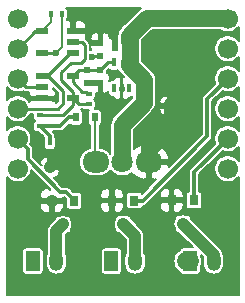
<source format=gbr>
G04 #@! TF.GenerationSoftware,KiCad,Pcbnew,(5.1.5-0)*
G04 #@! TF.CreationDate,2020-04-09T11:26:26+02:00*
G04 #@! TF.ProjectId,dxl-fan-module,64786c2d-6661-46e2-9d6d-6f64756c652e,rev?*
G04 #@! TF.SameCoordinates,Original*
G04 #@! TF.FileFunction,Copper,L1,Top*
G04 #@! TF.FilePolarity,Positive*
%FSLAX46Y46*%
G04 Gerber Fmt 4.6, Leading zero omitted, Abs format (unit mm)*
G04 Created by KiCad (PCBNEW (5.1.5-0)) date 2020-04-09 11:26:26*
%MOMM*%
%LPD*%
G04 APERTURE LIST*
%ADD10C,1.700000*%
%ADD11R,0.600000X0.800000*%
%ADD12R,0.350000X0.800000*%
%ADD13R,1.100000X0.600000*%
%ADD14R,0.450000X0.600000*%
%ADD15R,0.500000X0.600000*%
%ADD16R,0.600000X0.500000*%
%ADD17R,0.400000X0.600000*%
%ADD18R,0.600000X0.400000*%
%ADD19O,2.300000X1.800000*%
%ADD20C,1.800000*%
%ADD21R,0.800000X0.900000*%
%ADD22O,1.200000X1.700000*%
%ADD23R,1.200000X1.700000*%
%ADD24R,0.500000X0.500000*%
%ADD25C,0.600000*%
%ADD26C,0.200000*%
%ADD27C,0.254000*%
%ADD28C,1.400000*%
%ADD29C,0.300000*%
%ADD30C,1.000000*%
%ADD31C,0.750000*%
%ADD32C,1.500000*%
%ADD33C,0.500000*%
G04 APERTURE END LIST*
D10*
X83087500Y-57590000D03*
X83087500Y-55050000D03*
X83087500Y-65210000D03*
X83087500Y-60130000D03*
X83087500Y-67750000D03*
X65312500Y-55050000D03*
X65312500Y-65210000D03*
X65312500Y-60130000D03*
X83087500Y-62670000D03*
X65312500Y-62670000D03*
X65312500Y-67750000D03*
X65312500Y-57590000D03*
D11*
X70250000Y-63400000D03*
X71850000Y-63400000D03*
D12*
X73462500Y-58750000D03*
X74762500Y-58750000D03*
X74762500Y-60950000D03*
X74112500Y-60950000D03*
X73462500Y-60950000D03*
D13*
X67412500Y-59900000D03*
X67412500Y-60850000D03*
X67412500Y-61800000D03*
X70012500Y-61800000D03*
X70012500Y-59900000D03*
X69988000Y-58000000D03*
X69988000Y-57050000D03*
X69988000Y-56100000D03*
X67388000Y-56100000D03*
X67388000Y-58000000D03*
D14*
X68030000Y-65535000D03*
X68030000Y-67635000D03*
D15*
X72312500Y-59379411D03*
X72312500Y-60479411D03*
X72312500Y-58200000D03*
X72312500Y-57100000D03*
X71212500Y-59400000D03*
X71212500Y-60500000D03*
D16*
X74662500Y-57550000D03*
X73562500Y-57550000D03*
D17*
X68150000Y-54675000D03*
X69050000Y-54675000D03*
D18*
X67210000Y-63235000D03*
X67210000Y-64135000D03*
X71312500Y-62300000D03*
X71312500Y-61400000D03*
D19*
X71937500Y-67200000D03*
X76437500Y-67200000D03*
D20*
X74187500Y-67200000D03*
D21*
X80250000Y-70425000D03*
X78350000Y-70425000D03*
X79300000Y-72425000D03*
X74250000Y-72455000D03*
X73300000Y-70455000D03*
X75200000Y-70455000D03*
X70100000Y-70475000D03*
X68200000Y-70475000D03*
X69150000Y-72475000D03*
D22*
X81900000Y-75575000D03*
D23*
X79900000Y-75575000D03*
D22*
X75250000Y-75575000D03*
D23*
X73250000Y-75575000D03*
X66600000Y-75575000D03*
D22*
X68600000Y-75575000D03*
D24*
X78150000Y-62425000D03*
X75950000Y-62425000D03*
D25*
X72137500Y-55325000D03*
X69862500Y-64950000D03*
X68462500Y-61825000D03*
X73262500Y-62525000D03*
X79700000Y-62575000D03*
X68537500Y-58000000D03*
X71564510Y-58273694D03*
D26*
X71862500Y-63400000D02*
X71862500Y-67125000D01*
X71862500Y-67125000D02*
X71937500Y-67200000D01*
D27*
X71212500Y-60500000D02*
X72291911Y-60500000D01*
X72291911Y-60500000D02*
X72312500Y-60479411D01*
X71312500Y-60600000D02*
X71212500Y-60500000D01*
D28*
X76418000Y-66040000D02*
X76418000Y-67180500D01*
X76418000Y-67180500D02*
X76437500Y-67200000D01*
X78412500Y-64045500D02*
X76418000Y-66040000D01*
X78412500Y-62250000D02*
X78412500Y-64045500D01*
D29*
X69862500Y-65374264D02*
X69862500Y-64950000D01*
X69862500Y-66327500D02*
X69862500Y-65374264D01*
X68030000Y-67635000D02*
X68555000Y-67635000D01*
D30*
X69862500Y-65802500D02*
X69862500Y-64950000D01*
X68030000Y-67635000D02*
X69862500Y-65802500D01*
X68200000Y-70475000D02*
X68260002Y-70475000D01*
X76437500Y-67317500D02*
X76437500Y-67200000D01*
D27*
X71312500Y-61400000D02*
X71135499Y-61222999D01*
X71135499Y-61222999D02*
X70781499Y-61222999D01*
X70781499Y-61222999D02*
X70012500Y-60454000D01*
X70012500Y-60454000D02*
X70012500Y-59900000D01*
X71212500Y-59400000D02*
X70512500Y-59400000D01*
X70512500Y-59400000D02*
X70012500Y-59900000D01*
X72312500Y-59379411D02*
X71233089Y-59379411D01*
X71233089Y-59379411D02*
X71212500Y-59400000D01*
X73462500Y-58750000D02*
X72941911Y-58750000D01*
X72941911Y-58750000D02*
X72312500Y-59379411D01*
X72312500Y-59379411D02*
X72312500Y-59400000D01*
X70012500Y-61800000D02*
X70012500Y-61246000D01*
X69012500Y-60246000D02*
X69012500Y-59551398D01*
X70012500Y-61246000D02*
X69012500Y-60246000D01*
X69012500Y-59551398D02*
X69788898Y-58775000D01*
X70987500Y-58425000D02*
X70987500Y-57245500D01*
X69788898Y-58775000D02*
X70637500Y-58775000D01*
X70637500Y-58775000D02*
X70987500Y-58425000D01*
X70792000Y-57050000D02*
X69988000Y-57050000D01*
X70987500Y-57245500D02*
X70792000Y-57050000D01*
X67312500Y-63200000D02*
X69166500Y-63200000D01*
X69166500Y-63200000D02*
X70012500Y-62354000D01*
X70012500Y-62354000D02*
X70012500Y-61800000D01*
X71312500Y-62300000D02*
X70512500Y-62300000D01*
X70512500Y-62300000D02*
X70012500Y-61800000D01*
X65312500Y-60130000D02*
X66032500Y-60850000D01*
X66032500Y-60850000D02*
X67412500Y-60850000D01*
X65312500Y-57590000D02*
X66802500Y-56100000D01*
X66802500Y-56100000D02*
X67388000Y-56100000D01*
D26*
X68164500Y-55323500D02*
X67388000Y-56100000D01*
X68164500Y-54923000D02*
X68164500Y-55323500D01*
D27*
X71638204Y-58200000D02*
X71564510Y-58273694D01*
X72312500Y-58200000D02*
X71638204Y-58200000D01*
D26*
X68587500Y-57950000D02*
X68537500Y-58000000D01*
D27*
X68537500Y-58000000D02*
X67388000Y-58000000D01*
D26*
X69064500Y-57473000D02*
X68537500Y-58000000D01*
X69064500Y-54923000D02*
X69064500Y-57473000D01*
D27*
X65312500Y-62670000D02*
X68692500Y-62670000D01*
X69137500Y-62225000D02*
X69137500Y-61150000D01*
X68692500Y-62670000D02*
X69137500Y-62225000D01*
X69137500Y-61150000D02*
X67887500Y-59900000D01*
X67887500Y-59900000D02*
X67412500Y-59900000D01*
X69988000Y-58000000D02*
X69738000Y-58000000D01*
X69738000Y-58000000D02*
X67838000Y-59900000D01*
X67838000Y-59900000D02*
X67412500Y-59900000D01*
D28*
X74762500Y-58750000D02*
X74762500Y-58975000D01*
X76012500Y-60225000D02*
X76012500Y-62179998D01*
X76012500Y-62179998D02*
X74168000Y-64024498D01*
X74762500Y-58975000D02*
X76012500Y-60225000D01*
X74168000Y-67180500D02*
X74187500Y-67200000D01*
X74168000Y-64024498D02*
X74168000Y-67180500D01*
X74762500Y-56950000D02*
X74837500Y-57025000D01*
X74837500Y-57025000D02*
X74837500Y-58675000D01*
X74837500Y-58675000D02*
X74762500Y-58750000D01*
X83087500Y-55050000D02*
X83037500Y-55000000D01*
X83037500Y-55000000D02*
X76292498Y-55000000D01*
X76292498Y-55000000D02*
X75242498Y-56050000D01*
D31*
X74662500Y-57550000D02*
X74662500Y-57050000D01*
X74662500Y-57050000D02*
X74762500Y-56950000D01*
D28*
X75242498Y-56050000D02*
X74762500Y-56529998D01*
D31*
X75312500Y-56250000D02*
X75242498Y-56179998D01*
X75242498Y-56179998D02*
X75242498Y-56050000D01*
D28*
X74762500Y-56529998D02*
X74762500Y-56950000D01*
D30*
X74187500Y-67200000D02*
X74187500Y-67462755D01*
D32*
X79900000Y-75575000D02*
X79550000Y-75575000D01*
D26*
X83032500Y-60075000D02*
X83087500Y-60130000D01*
D33*
X82852500Y-64975000D02*
X83087500Y-65210000D01*
D29*
X67810000Y-64135000D02*
X67210000Y-64135000D01*
X68915000Y-64135000D02*
X67810000Y-64135000D01*
X69650000Y-63400000D02*
X68915000Y-64135000D01*
X70250000Y-63400000D02*
X69650000Y-63400000D01*
X68030000Y-64955000D02*
X67210000Y-64135000D01*
X68030000Y-65535000D02*
X68030000Y-64955000D01*
X75270000Y-70525000D02*
X75200000Y-70455000D01*
X83087500Y-60130000D02*
X81350000Y-61867500D01*
X75900000Y-70455000D02*
X75200000Y-70455000D01*
X81350000Y-65005000D02*
X75900000Y-70455000D01*
X81350000Y-61867500D02*
X81350000Y-65005000D01*
X80250000Y-68047500D02*
X80250000Y-70425000D01*
X83087500Y-65210000D02*
X80250000Y-68047500D01*
X70100000Y-70475000D02*
X70100000Y-70525000D01*
X70100000Y-70425000D02*
X70100000Y-70475000D01*
X68917906Y-69725000D02*
X69400000Y-69725000D01*
X66162499Y-66969593D02*
X68917906Y-69725000D01*
X66162499Y-66059999D02*
X66162499Y-66969593D01*
X69400000Y-69725000D02*
X70100000Y-70425000D01*
X65312500Y-65210000D02*
X66162499Y-66059999D01*
D30*
X81900000Y-75025000D02*
X79300000Y-72425000D01*
X81900000Y-75575000D02*
X81900000Y-75025000D01*
X75250000Y-73455000D02*
X74250000Y-72455000D01*
X75250000Y-75575000D02*
X75250000Y-73455000D01*
X68600000Y-73025000D02*
X69150000Y-72475000D01*
X68600000Y-75575000D02*
X68600000Y-73025000D01*
D26*
G36*
X84012501Y-56904417D02*
G01*
X83980763Y-56856918D01*
X83820582Y-56696737D01*
X83632229Y-56570884D01*
X83422943Y-56484194D01*
X83200765Y-56440000D01*
X82974235Y-56440000D01*
X82752057Y-56484194D01*
X82542771Y-56570884D01*
X82354418Y-56696737D01*
X82194237Y-56856918D01*
X82068384Y-57045271D01*
X81981694Y-57254557D01*
X81937500Y-57476735D01*
X81937500Y-57703265D01*
X81981694Y-57925443D01*
X82068384Y-58134729D01*
X82194237Y-58323082D01*
X82354418Y-58483263D01*
X82542771Y-58609116D01*
X82752057Y-58695806D01*
X82974235Y-58740000D01*
X83200765Y-58740000D01*
X83422943Y-58695806D01*
X83632229Y-58609116D01*
X83820582Y-58483263D01*
X83980763Y-58323082D01*
X84012501Y-58275583D01*
X84012501Y-59444417D01*
X83980763Y-59396918D01*
X83820582Y-59236737D01*
X83632229Y-59110884D01*
X83422943Y-59024194D01*
X83200765Y-58980000D01*
X82974235Y-58980000D01*
X82752057Y-59024194D01*
X82542771Y-59110884D01*
X82354418Y-59236737D01*
X82194237Y-59396918D01*
X82068384Y-59585271D01*
X81981694Y-59794557D01*
X81937500Y-60016735D01*
X81937500Y-60243265D01*
X81981694Y-60465443D01*
X82020932Y-60560172D01*
X81047434Y-61533671D01*
X81030263Y-61547763D01*
X81016172Y-61564933D01*
X80974029Y-61616284D01*
X80945081Y-61670442D01*
X80932243Y-61694460D01*
X80906511Y-61779286D01*
X80900000Y-61845396D01*
X80900000Y-61845406D01*
X80897824Y-61867500D01*
X80900000Y-61889595D01*
X80900001Y-64818603D01*
X78140803Y-67577801D01*
X78034727Y-67354000D01*
X76591500Y-67354000D01*
X76591500Y-68560890D01*
X76829350Y-68709282D01*
X77052717Y-68665887D01*
X75861248Y-69857357D01*
X75850647Y-69837523D01*
X75813158Y-69791842D01*
X75767477Y-69754353D01*
X75715360Y-69726496D01*
X75658810Y-69709341D01*
X75600000Y-69703549D01*
X74800000Y-69703549D01*
X74741190Y-69709341D01*
X74684640Y-69726496D01*
X74632523Y-69754353D01*
X74586842Y-69791842D01*
X74549353Y-69837523D01*
X74521496Y-69889640D01*
X74504341Y-69946190D01*
X74498549Y-70005000D01*
X74498549Y-70905000D01*
X74504341Y-70963810D01*
X74521496Y-71020360D01*
X74549353Y-71072477D01*
X74586842Y-71118158D01*
X74632523Y-71155647D01*
X74684640Y-71183504D01*
X74741190Y-71200659D01*
X74800000Y-71206451D01*
X75600000Y-71206451D01*
X75658810Y-71200659D01*
X75715360Y-71183504D01*
X75767477Y-71155647D01*
X75813158Y-71118158D01*
X75850647Y-71072477D01*
X75878504Y-71020360D01*
X75895659Y-70963810D01*
X75901249Y-70907053D01*
X75922094Y-70905000D01*
X75922105Y-70905000D01*
X75988215Y-70898489D01*
X76065646Y-70875000D01*
X77339058Y-70875000D01*
X77350797Y-70994189D01*
X77385563Y-71108797D01*
X77442020Y-71214421D01*
X77517999Y-71307001D01*
X77610579Y-71382980D01*
X77716203Y-71439437D01*
X77830811Y-71474203D01*
X77950000Y-71485942D01*
X78044000Y-71483000D01*
X78196000Y-71331000D01*
X78196000Y-70579000D01*
X78504000Y-70579000D01*
X78504000Y-71331000D01*
X78656000Y-71483000D01*
X78750000Y-71485942D01*
X78869189Y-71474203D01*
X78983797Y-71439437D01*
X79089421Y-71382980D01*
X79182001Y-71307001D01*
X79257980Y-71214421D01*
X79314437Y-71108797D01*
X79349203Y-70994189D01*
X79360942Y-70875000D01*
X79358000Y-70731000D01*
X79206000Y-70579000D01*
X78504000Y-70579000D01*
X78196000Y-70579000D01*
X77494000Y-70579000D01*
X77342000Y-70731000D01*
X77339058Y-70875000D01*
X76065646Y-70875000D01*
X76073041Y-70872757D01*
X76151216Y-70830971D01*
X76219737Y-70774737D01*
X76233829Y-70757566D01*
X77016395Y-69975000D01*
X77339058Y-69975000D01*
X77342000Y-70119000D01*
X77494000Y-70271000D01*
X78196000Y-70271000D01*
X78196000Y-69519000D01*
X78504000Y-69519000D01*
X78504000Y-70271000D01*
X79206000Y-70271000D01*
X79358000Y-70119000D01*
X79360942Y-69975000D01*
X79349203Y-69855811D01*
X79314437Y-69741203D01*
X79257980Y-69635579D01*
X79182001Y-69542999D01*
X79089421Y-69467020D01*
X78983797Y-69410563D01*
X78869189Y-69375797D01*
X78750000Y-69364058D01*
X78656000Y-69367000D01*
X78504000Y-69519000D01*
X78196000Y-69519000D01*
X78044000Y-69367000D01*
X77950000Y-69364058D01*
X77830811Y-69375797D01*
X77716203Y-69410563D01*
X77610579Y-69467020D01*
X77517999Y-69542999D01*
X77442020Y-69635579D01*
X77385563Y-69741203D01*
X77350797Y-69855811D01*
X77339058Y-69975000D01*
X77016395Y-69975000D01*
X81652572Y-65338824D01*
X81669737Y-65324737D01*
X81683824Y-65307572D01*
X81683828Y-65307568D01*
X81725971Y-65256217D01*
X81767757Y-65178041D01*
X81793489Y-65093215D01*
X81800000Y-65027105D01*
X81800000Y-65027095D01*
X81802176Y-65005000D01*
X81800000Y-64982906D01*
X81800000Y-62053895D01*
X82657328Y-61196568D01*
X82752057Y-61235806D01*
X82974235Y-61280000D01*
X83200765Y-61280000D01*
X83422943Y-61235806D01*
X83632229Y-61149116D01*
X83820582Y-61023263D01*
X83980763Y-60863082D01*
X84012501Y-60815583D01*
X84012501Y-61984417D01*
X83980763Y-61936918D01*
X83820582Y-61776737D01*
X83632229Y-61650884D01*
X83422943Y-61564194D01*
X83200765Y-61520000D01*
X82974235Y-61520000D01*
X82752057Y-61564194D01*
X82542771Y-61650884D01*
X82354418Y-61776737D01*
X82194237Y-61936918D01*
X82068384Y-62125271D01*
X81981694Y-62334557D01*
X81937500Y-62556735D01*
X81937500Y-62783265D01*
X81981694Y-63005443D01*
X82068384Y-63214729D01*
X82194237Y-63403082D01*
X82354418Y-63563263D01*
X82542771Y-63689116D01*
X82752057Y-63775806D01*
X82974235Y-63820000D01*
X83200765Y-63820000D01*
X83422943Y-63775806D01*
X83632229Y-63689116D01*
X83820582Y-63563263D01*
X83980763Y-63403082D01*
X84012501Y-63355583D01*
X84012501Y-64524417D01*
X83980763Y-64476918D01*
X83820582Y-64316737D01*
X83632229Y-64190884D01*
X83422943Y-64104194D01*
X83200765Y-64060000D01*
X82974235Y-64060000D01*
X82752057Y-64104194D01*
X82542771Y-64190884D01*
X82354418Y-64316737D01*
X82194237Y-64476918D01*
X82068384Y-64665271D01*
X81981694Y-64874557D01*
X81937500Y-65096735D01*
X81937500Y-65323265D01*
X81981694Y-65545443D01*
X82020932Y-65640172D01*
X79947434Y-67713671D01*
X79930263Y-67727763D01*
X79916172Y-67744933D01*
X79874029Y-67796284D01*
X79843782Y-67852873D01*
X79832243Y-67874460D01*
X79806511Y-67959286D01*
X79800000Y-68025396D01*
X79800000Y-68025406D01*
X79797824Y-68047500D01*
X79800000Y-68069595D01*
X79800001Y-69678473D01*
X79791190Y-69679341D01*
X79734640Y-69696496D01*
X79682523Y-69724353D01*
X79636842Y-69761842D01*
X79599353Y-69807523D01*
X79571496Y-69859640D01*
X79554341Y-69916190D01*
X79548549Y-69975000D01*
X79548549Y-70875000D01*
X79554341Y-70933810D01*
X79571496Y-70990360D01*
X79599353Y-71042477D01*
X79636842Y-71088158D01*
X79682523Y-71125647D01*
X79734640Y-71153504D01*
X79791190Y-71170659D01*
X79850000Y-71176451D01*
X80650000Y-71176451D01*
X80708810Y-71170659D01*
X80765360Y-71153504D01*
X80817477Y-71125647D01*
X80863158Y-71088158D01*
X80900647Y-71042477D01*
X80928504Y-70990360D01*
X80945659Y-70933810D01*
X80951451Y-70875000D01*
X80951451Y-69975000D01*
X80945659Y-69916190D01*
X80928504Y-69859640D01*
X80900647Y-69807523D01*
X80863158Y-69761842D01*
X80817477Y-69724353D01*
X80765360Y-69696496D01*
X80708810Y-69679341D01*
X80700000Y-69678473D01*
X80700000Y-68233895D01*
X82657328Y-66276568D01*
X82752057Y-66315806D01*
X82974235Y-66360000D01*
X83200765Y-66360000D01*
X83422943Y-66315806D01*
X83632229Y-66229116D01*
X83820582Y-66103263D01*
X83980763Y-65943082D01*
X84012501Y-65895583D01*
X84012500Y-67064417D01*
X83980763Y-67016918D01*
X83820582Y-66856737D01*
X83632229Y-66730884D01*
X83422943Y-66644194D01*
X83200765Y-66600000D01*
X82974235Y-66600000D01*
X82752057Y-66644194D01*
X82542771Y-66730884D01*
X82354418Y-66856737D01*
X82194237Y-67016918D01*
X82068384Y-67205271D01*
X81981694Y-67414557D01*
X81937500Y-67636735D01*
X81937500Y-67863265D01*
X81981694Y-68085443D01*
X82068384Y-68294729D01*
X82194237Y-68483082D01*
X82354418Y-68643263D01*
X82542771Y-68769116D01*
X82752057Y-68855806D01*
X82974235Y-68900000D01*
X83200765Y-68900000D01*
X83422943Y-68855806D01*
X83632229Y-68769116D01*
X83820582Y-68643263D01*
X83980763Y-68483082D01*
X84012500Y-68435583D01*
X84012500Y-78412500D01*
X64412500Y-78412500D01*
X64412500Y-74725000D01*
X65698549Y-74725000D01*
X65698549Y-76425000D01*
X65704341Y-76483810D01*
X65721496Y-76540360D01*
X65749353Y-76592477D01*
X65786842Y-76638158D01*
X65832523Y-76675647D01*
X65884640Y-76703504D01*
X65941190Y-76720659D01*
X66000000Y-76726451D01*
X67200000Y-76726451D01*
X67258810Y-76720659D01*
X67315360Y-76703504D01*
X67367477Y-76675647D01*
X67413158Y-76638158D01*
X67450647Y-76592477D01*
X67478504Y-76540360D01*
X67495659Y-76483810D01*
X67501451Y-76425000D01*
X67501451Y-75280794D01*
X67700000Y-75280794D01*
X67700000Y-75869207D01*
X67713023Y-76001431D01*
X67764486Y-76171081D01*
X67848058Y-76327432D01*
X67960526Y-76464475D01*
X68097569Y-76576943D01*
X68253920Y-76660514D01*
X68423570Y-76711977D01*
X68600000Y-76729354D01*
X68776431Y-76711977D01*
X68946081Y-76660514D01*
X69102432Y-76576943D01*
X69239475Y-76464475D01*
X69351943Y-76327432D01*
X69435514Y-76171081D01*
X69486977Y-76001431D01*
X69500000Y-75869207D01*
X69500000Y-75280793D01*
X69486977Y-75148569D01*
X69435514Y-74978919D01*
X69400000Y-74912477D01*
X69400000Y-74725000D01*
X72348549Y-74725000D01*
X72348549Y-76425000D01*
X72354341Y-76483810D01*
X72371496Y-76540360D01*
X72399353Y-76592477D01*
X72436842Y-76638158D01*
X72482523Y-76675647D01*
X72534640Y-76703504D01*
X72591190Y-76720659D01*
X72650000Y-76726451D01*
X73850000Y-76726451D01*
X73908810Y-76720659D01*
X73965360Y-76703504D01*
X74017477Y-76675647D01*
X74063158Y-76638158D01*
X74100647Y-76592477D01*
X74128504Y-76540360D01*
X74145659Y-76483810D01*
X74151451Y-76425000D01*
X74151451Y-74725000D01*
X74145659Y-74666190D01*
X74128504Y-74609640D01*
X74100647Y-74557523D01*
X74063158Y-74511842D01*
X74017477Y-74474353D01*
X73965360Y-74446496D01*
X73908810Y-74429341D01*
X73850000Y-74423549D01*
X72650000Y-74423549D01*
X72591190Y-74429341D01*
X72534640Y-74446496D01*
X72482523Y-74474353D01*
X72436842Y-74511842D01*
X72399353Y-74557523D01*
X72371496Y-74609640D01*
X72354341Y-74666190D01*
X72348549Y-74725000D01*
X69400000Y-74725000D01*
X69400000Y-73356370D01*
X69529920Y-73226451D01*
X69550000Y-73226451D01*
X69608810Y-73220659D01*
X69665360Y-73203504D01*
X69717477Y-73175647D01*
X69763158Y-73138158D01*
X69800647Y-73092477D01*
X69828504Y-73040360D01*
X69845659Y-72983810D01*
X69851451Y-72925000D01*
X69851451Y-72859759D01*
X69892678Y-72782628D01*
X69938423Y-72631828D01*
X69953869Y-72475001D01*
X69951900Y-72455000D01*
X73446130Y-72455000D01*
X73461577Y-72611827D01*
X73507321Y-72762627D01*
X73548549Y-72839759D01*
X73548549Y-72905000D01*
X73554341Y-72963810D01*
X73571496Y-73020360D01*
X73599353Y-73072477D01*
X73636842Y-73118158D01*
X73682523Y-73155647D01*
X73734640Y-73183504D01*
X73791190Y-73200659D01*
X73850000Y-73206451D01*
X73870081Y-73206451D01*
X74450001Y-73786372D01*
X74450000Y-74912477D01*
X74414486Y-74978920D01*
X74363023Y-75148570D01*
X74350000Y-75280794D01*
X74350000Y-75869207D01*
X74363023Y-76001431D01*
X74414486Y-76171081D01*
X74498058Y-76327432D01*
X74610526Y-76464475D01*
X74747569Y-76576943D01*
X74903920Y-76660514D01*
X75073570Y-76711977D01*
X75250000Y-76729354D01*
X75426431Y-76711977D01*
X75596081Y-76660514D01*
X75752432Y-76576943D01*
X75889475Y-76464475D01*
X76001943Y-76327432D01*
X76085514Y-76171081D01*
X76136977Y-76001431D01*
X76150000Y-75869207D01*
X76150000Y-75575000D01*
X78494920Y-75575000D01*
X78515193Y-75780836D01*
X78575233Y-75978762D01*
X78672733Y-76161171D01*
X78803946Y-76321054D01*
X78963829Y-76452267D01*
X79003313Y-76473372D01*
X79004341Y-76483810D01*
X79021496Y-76540360D01*
X79049353Y-76592477D01*
X79086842Y-76638158D01*
X79132523Y-76675647D01*
X79184640Y-76703504D01*
X79241190Y-76720659D01*
X79300000Y-76726451D01*
X80500000Y-76726451D01*
X80558810Y-76720659D01*
X80615360Y-76703504D01*
X80667477Y-76675647D01*
X80713158Y-76638158D01*
X80750647Y-76592477D01*
X80778504Y-76540360D01*
X80795659Y-76483810D01*
X80801451Y-76425000D01*
X80801451Y-76115926D01*
X80874767Y-75978762D01*
X80934807Y-75780836D01*
X80955080Y-75575000D01*
X80934807Y-75369164D01*
X80874767Y-75171238D01*
X80828720Y-75085091D01*
X81002190Y-75258561D01*
X81000000Y-75280794D01*
X81000000Y-75869207D01*
X81013023Y-76001431D01*
X81064486Y-76171081D01*
X81148058Y-76327432D01*
X81260526Y-76464475D01*
X81397569Y-76576943D01*
X81553920Y-76660514D01*
X81723570Y-76711977D01*
X81900000Y-76729354D01*
X82076431Y-76711977D01*
X82246081Y-76660514D01*
X82402432Y-76576943D01*
X82539475Y-76464475D01*
X82651943Y-76327432D01*
X82735514Y-76171081D01*
X82786977Y-76001431D01*
X82800000Y-75869207D01*
X82800000Y-75280793D01*
X82786977Y-75148569D01*
X82735514Y-74978919D01*
X82691158Y-74895935D01*
X82688424Y-74868173D01*
X82642679Y-74717372D01*
X82625656Y-74685525D01*
X82568393Y-74578393D01*
X82493469Y-74487098D01*
X82468422Y-74456578D01*
X82437902Y-74431531D01*
X80001451Y-71995081D01*
X80001451Y-71975000D01*
X79995659Y-71916190D01*
X79978504Y-71859640D01*
X79950647Y-71807523D01*
X79913158Y-71761842D01*
X79867477Y-71724353D01*
X79815360Y-71696496D01*
X79758810Y-71679341D01*
X79700000Y-71673549D01*
X79578709Y-71673549D01*
X79456827Y-71636577D01*
X79300000Y-71621130D01*
X79143173Y-71636577D01*
X79021291Y-71673549D01*
X78900000Y-71673549D01*
X78841190Y-71679341D01*
X78784640Y-71696496D01*
X78732523Y-71724353D01*
X78686842Y-71761842D01*
X78649353Y-71807523D01*
X78621496Y-71859640D01*
X78604341Y-71916190D01*
X78598549Y-71975000D01*
X78598549Y-72040241D01*
X78557321Y-72117373D01*
X78511577Y-72268173D01*
X78496130Y-72425000D01*
X78511577Y-72581827D01*
X78557321Y-72732627D01*
X78598549Y-72809759D01*
X78598549Y-72875000D01*
X78604341Y-72933810D01*
X78621496Y-72990360D01*
X78649353Y-73042477D01*
X78686842Y-73088158D01*
X78732523Y-73125647D01*
X78784640Y-73153504D01*
X78841190Y-73170659D01*
X78900000Y-73176451D01*
X78920081Y-73176451D01*
X80167178Y-74423549D01*
X79300000Y-74423549D01*
X79241190Y-74429341D01*
X79184640Y-74446496D01*
X79132523Y-74474353D01*
X79086842Y-74511842D01*
X79049353Y-74557523D01*
X79021496Y-74609640D01*
X79004341Y-74666190D01*
X79003313Y-74676628D01*
X78963829Y-74697733D01*
X78803946Y-74828946D01*
X78672733Y-74988829D01*
X78575233Y-75171238D01*
X78515193Y-75369164D01*
X78494920Y-75575000D01*
X76150000Y-75575000D01*
X76150000Y-75280793D01*
X76136977Y-75148569D01*
X76085514Y-74978919D01*
X76050000Y-74912477D01*
X76050000Y-73494291D01*
X76053870Y-73455000D01*
X76041817Y-73332627D01*
X76038424Y-73298173D01*
X75992679Y-73147372D01*
X75961028Y-73088158D01*
X75918393Y-73008393D01*
X75843470Y-72917099D01*
X75843469Y-72917098D01*
X75818422Y-72886578D01*
X75787902Y-72861531D01*
X74951451Y-72025081D01*
X74951451Y-72005000D01*
X74945659Y-71946190D01*
X74928504Y-71889640D01*
X74900647Y-71837523D01*
X74863158Y-71791842D01*
X74817477Y-71754353D01*
X74765360Y-71726496D01*
X74708810Y-71709341D01*
X74650000Y-71703549D01*
X74528709Y-71703549D01*
X74406827Y-71666577D01*
X74250000Y-71651130D01*
X74093173Y-71666577D01*
X73971291Y-71703549D01*
X73850000Y-71703549D01*
X73791190Y-71709341D01*
X73734640Y-71726496D01*
X73682523Y-71754353D01*
X73636842Y-71791842D01*
X73599353Y-71837523D01*
X73571496Y-71889640D01*
X73554341Y-71946190D01*
X73548549Y-72005000D01*
X73548549Y-72070241D01*
X73507321Y-72147373D01*
X73461577Y-72298173D01*
X73446130Y-72455000D01*
X69951900Y-72455000D01*
X69938423Y-72318174D01*
X69892678Y-72167373D01*
X69851451Y-72090242D01*
X69851451Y-72025000D01*
X69845659Y-71966190D01*
X69828504Y-71909640D01*
X69800647Y-71857523D01*
X69763158Y-71811842D01*
X69717477Y-71774353D01*
X69665360Y-71746496D01*
X69608810Y-71729341D01*
X69550000Y-71723549D01*
X69428706Y-71723549D01*
X69306826Y-71686577D01*
X69149999Y-71671131D01*
X68993172Y-71686577D01*
X68871293Y-71723549D01*
X68750000Y-71723549D01*
X68691190Y-71729341D01*
X68634640Y-71746496D01*
X68582523Y-71774353D01*
X68536842Y-71811842D01*
X68499353Y-71857523D01*
X68471496Y-71909640D01*
X68454341Y-71966190D01*
X68448549Y-72025000D01*
X68448549Y-72045080D01*
X68062098Y-72431532D01*
X68031579Y-72456578D01*
X68006532Y-72487098D01*
X68006531Y-72487099D01*
X67931607Y-72578394D01*
X67857321Y-72717373D01*
X67811577Y-72868173D01*
X67796130Y-73025000D01*
X67800001Y-73064300D01*
X67800000Y-74912477D01*
X67764486Y-74978920D01*
X67713023Y-75148570D01*
X67700000Y-75280794D01*
X67501451Y-75280794D01*
X67501451Y-74725000D01*
X67495659Y-74666190D01*
X67478504Y-74609640D01*
X67450647Y-74557523D01*
X67413158Y-74511842D01*
X67367477Y-74474353D01*
X67315360Y-74446496D01*
X67258810Y-74429341D01*
X67200000Y-74423549D01*
X66000000Y-74423549D01*
X65941190Y-74429341D01*
X65884640Y-74446496D01*
X65832523Y-74474353D01*
X65786842Y-74511842D01*
X65749353Y-74557523D01*
X65721496Y-74609640D01*
X65704341Y-74666190D01*
X65698549Y-74725000D01*
X64412500Y-74725000D01*
X64412500Y-70925000D01*
X67189058Y-70925000D01*
X67200797Y-71044189D01*
X67235563Y-71158797D01*
X67292020Y-71264421D01*
X67367999Y-71357001D01*
X67460579Y-71432980D01*
X67566203Y-71489437D01*
X67680811Y-71524203D01*
X67800000Y-71535942D01*
X67894000Y-71533000D01*
X68046000Y-71381000D01*
X68046000Y-70629000D01*
X68354000Y-70629000D01*
X68354000Y-71381000D01*
X68506000Y-71533000D01*
X68600000Y-71535942D01*
X68719189Y-71524203D01*
X68833797Y-71489437D01*
X68939421Y-71432980D01*
X69032001Y-71357001D01*
X69107980Y-71264421D01*
X69164437Y-71158797D01*
X69199203Y-71044189D01*
X69210942Y-70925000D01*
X69208000Y-70781000D01*
X69056000Y-70629000D01*
X68354000Y-70629000D01*
X68046000Y-70629000D01*
X67344000Y-70629000D01*
X67192000Y-70781000D01*
X67189058Y-70925000D01*
X64412500Y-70925000D01*
X64412500Y-68472999D01*
X64419237Y-68483082D01*
X64579418Y-68643263D01*
X64767771Y-68769116D01*
X64977057Y-68855806D01*
X65199235Y-68900000D01*
X65425765Y-68900000D01*
X65647943Y-68855806D01*
X65857229Y-68769116D01*
X66045582Y-68643263D01*
X66205763Y-68483082D01*
X66331616Y-68294729D01*
X66418306Y-68085443D01*
X66455412Y-67898901D01*
X68045998Y-69489488D01*
X68045998Y-69568998D01*
X67894000Y-69417000D01*
X67800000Y-69414058D01*
X67680811Y-69425797D01*
X67566203Y-69460563D01*
X67460579Y-69517020D01*
X67367999Y-69592999D01*
X67292020Y-69685579D01*
X67235563Y-69791203D01*
X67200797Y-69905811D01*
X67189058Y-70025000D01*
X67192000Y-70169000D01*
X67344000Y-70321000D01*
X68046000Y-70321000D01*
X68046000Y-70301000D01*
X68354000Y-70301000D01*
X68354000Y-70321000D01*
X69056000Y-70321000D01*
X69202000Y-70175000D01*
X69213605Y-70175000D01*
X69398549Y-70359944D01*
X69398549Y-70925000D01*
X69404341Y-70983810D01*
X69421496Y-71040360D01*
X69449353Y-71092477D01*
X69486842Y-71138158D01*
X69532523Y-71175647D01*
X69584640Y-71203504D01*
X69641190Y-71220659D01*
X69700000Y-71226451D01*
X70500000Y-71226451D01*
X70558810Y-71220659D01*
X70615360Y-71203504D01*
X70667477Y-71175647D01*
X70713158Y-71138158D01*
X70750647Y-71092477D01*
X70778504Y-71040360D01*
X70795659Y-70983810D01*
X70801451Y-70925000D01*
X70801451Y-70905000D01*
X72289058Y-70905000D01*
X72300797Y-71024189D01*
X72335563Y-71138797D01*
X72392020Y-71244421D01*
X72467999Y-71337001D01*
X72560579Y-71412980D01*
X72666203Y-71469437D01*
X72780811Y-71504203D01*
X72900000Y-71515942D01*
X72994000Y-71513000D01*
X73146000Y-71361000D01*
X73146000Y-70609000D01*
X73454000Y-70609000D01*
X73454000Y-71361000D01*
X73606000Y-71513000D01*
X73700000Y-71515942D01*
X73819189Y-71504203D01*
X73933797Y-71469437D01*
X74039421Y-71412980D01*
X74132001Y-71337001D01*
X74207980Y-71244421D01*
X74264437Y-71138797D01*
X74299203Y-71024189D01*
X74310942Y-70905000D01*
X74308000Y-70761000D01*
X74156000Y-70609000D01*
X73454000Y-70609000D01*
X73146000Y-70609000D01*
X72444000Y-70609000D01*
X72292000Y-70761000D01*
X72289058Y-70905000D01*
X70801451Y-70905000D01*
X70801451Y-70025000D01*
X70799482Y-70005000D01*
X72289058Y-70005000D01*
X72292000Y-70149000D01*
X72444000Y-70301000D01*
X73146000Y-70301000D01*
X73146000Y-69549000D01*
X73454000Y-69549000D01*
X73454000Y-70301000D01*
X74156000Y-70301000D01*
X74308000Y-70149000D01*
X74310942Y-70005000D01*
X74299203Y-69885811D01*
X74264437Y-69771203D01*
X74207980Y-69665579D01*
X74132001Y-69572999D01*
X74039421Y-69497020D01*
X73933797Y-69440563D01*
X73819189Y-69405797D01*
X73700000Y-69394058D01*
X73606000Y-69397000D01*
X73454000Y-69549000D01*
X73146000Y-69549000D01*
X72994000Y-69397000D01*
X72900000Y-69394058D01*
X72780811Y-69405797D01*
X72666203Y-69440563D01*
X72560579Y-69497020D01*
X72467999Y-69572999D01*
X72392020Y-69665579D01*
X72335563Y-69771203D01*
X72300797Y-69885811D01*
X72289058Y-70005000D01*
X70799482Y-70005000D01*
X70795659Y-69966190D01*
X70778504Y-69909640D01*
X70750647Y-69857523D01*
X70713158Y-69811842D01*
X70667477Y-69774353D01*
X70615360Y-69746496D01*
X70558810Y-69729341D01*
X70500000Y-69723549D01*
X70034944Y-69723549D01*
X69733827Y-69422432D01*
X69719737Y-69405263D01*
X69651216Y-69349029D01*
X69573041Y-69307243D01*
X69488215Y-69281511D01*
X69422105Y-69275000D01*
X69422094Y-69275000D01*
X69400000Y-69272824D01*
X69377906Y-69275000D01*
X69104302Y-69275000D01*
X68363493Y-68534191D01*
X68399848Y-68528523D01*
X68512856Y-68488860D01*
X68615954Y-68427912D01*
X68705180Y-68348023D01*
X68777107Y-68252261D01*
X68828969Y-68144307D01*
X68858774Y-68028309D01*
X68863000Y-67941000D01*
X68711000Y-67789000D01*
X68155000Y-67789000D01*
X68155000Y-67809000D01*
X67905000Y-67809000D01*
X67905000Y-67789000D01*
X67856000Y-67789000D01*
X67856000Y-67481000D01*
X67905000Y-67481000D01*
X67905000Y-66879000D01*
X68155000Y-66879000D01*
X68155000Y-67481000D01*
X68711000Y-67481000D01*
X68863000Y-67329000D01*
X68858774Y-67241691D01*
X68828969Y-67125693D01*
X68777107Y-67017739D01*
X68705180Y-66921977D01*
X68615954Y-66842088D01*
X68512856Y-66781140D01*
X68399848Y-66741477D01*
X68307000Y-66727000D01*
X68155000Y-66879000D01*
X67905000Y-66879000D01*
X67753000Y-66727000D01*
X67660152Y-66741477D01*
X67547144Y-66781140D01*
X67444046Y-66842088D01*
X67354820Y-66921977D01*
X67282893Y-67017739D01*
X67231031Y-67125693D01*
X67201226Y-67241691D01*
X67197000Y-67329000D01*
X67348998Y-67480998D01*
X67310299Y-67480998D01*
X66612499Y-66783198D01*
X66612499Y-66082093D01*
X66614675Y-66059998D01*
X66612499Y-66037904D01*
X66612499Y-66037894D01*
X66605988Y-65971784D01*
X66580256Y-65886958D01*
X66563033Y-65854737D01*
X66538470Y-65808782D01*
X66496327Y-65757431D01*
X66496323Y-65757427D01*
X66482236Y-65740262D01*
X66465072Y-65726176D01*
X66379068Y-65640172D01*
X66418306Y-65545443D01*
X66462500Y-65323265D01*
X66462500Y-65096735D01*
X66418306Y-64874557D01*
X66331616Y-64665271D01*
X66205763Y-64476918D01*
X66045582Y-64316737D01*
X65857229Y-64190884D01*
X65647943Y-64104194D01*
X65425765Y-64060000D01*
X65199235Y-64060000D01*
X64977057Y-64104194D01*
X64767771Y-64190884D01*
X64579418Y-64316737D01*
X64419237Y-64476918D01*
X64412500Y-64487001D01*
X64412500Y-63392999D01*
X64419237Y-63403082D01*
X64579418Y-63563263D01*
X64767771Y-63689116D01*
X64977057Y-63775806D01*
X65199235Y-63820000D01*
X65425765Y-63820000D01*
X65647943Y-63775806D01*
X65857229Y-63689116D01*
X66045582Y-63563263D01*
X66205763Y-63403082D01*
X66331616Y-63214729D01*
X66380381Y-63097000D01*
X66608549Y-63097000D01*
X66608549Y-63435000D01*
X66614341Y-63493810D01*
X66631496Y-63550360D01*
X66659353Y-63602477D01*
X66696842Y-63648158D01*
X66741735Y-63685000D01*
X66696842Y-63721842D01*
X66659353Y-63767523D01*
X66631496Y-63819640D01*
X66614341Y-63876190D01*
X66608549Y-63935000D01*
X66608549Y-64335000D01*
X66614341Y-64393810D01*
X66631496Y-64450360D01*
X66659353Y-64502477D01*
X66696842Y-64548158D01*
X66742523Y-64585647D01*
X66794640Y-64613504D01*
X66851190Y-64630659D01*
X66910000Y-64636451D01*
X67075056Y-64636451D01*
X67537555Y-65098950D01*
X67526496Y-65119640D01*
X67509341Y-65176190D01*
X67503549Y-65235000D01*
X67503549Y-65835000D01*
X67509341Y-65893810D01*
X67526496Y-65950360D01*
X67554353Y-66002477D01*
X67591842Y-66048158D01*
X67637523Y-66085647D01*
X67689640Y-66113504D01*
X67746190Y-66130659D01*
X67805000Y-66136451D01*
X68255000Y-66136451D01*
X68313810Y-66130659D01*
X68370360Y-66113504D01*
X68422477Y-66085647D01*
X68468158Y-66048158D01*
X68505647Y-66002477D01*
X68533504Y-65950360D01*
X68550659Y-65893810D01*
X68556451Y-65835000D01*
X68556451Y-65235000D01*
X68550659Y-65176190D01*
X68533504Y-65119640D01*
X68505647Y-65067523D01*
X68480000Y-65036272D01*
X68480000Y-64977094D01*
X68482176Y-64954999D01*
X68480000Y-64932905D01*
X68480000Y-64932895D01*
X68473489Y-64866785D01*
X68447757Y-64781959D01*
X68437894Y-64763506D01*
X68405971Y-64703783D01*
X68363828Y-64652432D01*
X68363824Y-64652428D01*
X68349737Y-64635263D01*
X68332572Y-64621176D01*
X68296396Y-64585000D01*
X68892906Y-64585000D01*
X68915000Y-64587176D01*
X68937094Y-64585000D01*
X68937105Y-64585000D01*
X69003215Y-64578489D01*
X69088041Y-64552757D01*
X69166216Y-64510971D01*
X69234737Y-64454737D01*
X69248828Y-64437567D01*
X69708172Y-63978223D01*
X69736842Y-64013158D01*
X69782523Y-64050647D01*
X69834640Y-64078504D01*
X69891190Y-64095659D01*
X69950000Y-64101451D01*
X70550000Y-64101451D01*
X70608810Y-64095659D01*
X70665360Y-64078504D01*
X70717477Y-64050647D01*
X70763158Y-64013158D01*
X70800647Y-63967477D01*
X70828504Y-63915360D01*
X70845659Y-63858810D01*
X70851451Y-63800000D01*
X70851451Y-63000000D01*
X70845659Y-62941190D01*
X70828504Y-62884640D01*
X70800647Y-62832523D01*
X70763158Y-62786842D01*
X70717477Y-62749353D01*
X70675657Y-62727000D01*
X70816209Y-62727000D01*
X70845023Y-62750647D01*
X70897140Y-62778504D01*
X70953690Y-62795659D01*
X71012500Y-62801451D01*
X71324853Y-62801451D01*
X71299353Y-62832523D01*
X71271496Y-62884640D01*
X71254341Y-62941190D01*
X71248549Y-63000000D01*
X71248549Y-63800000D01*
X71254341Y-63858810D01*
X71271496Y-63915360D01*
X71299353Y-63967477D01*
X71336842Y-64013158D01*
X71382523Y-64050647D01*
X71434640Y-64078504D01*
X71462500Y-64086956D01*
X71462501Y-66016354D01*
X71452259Y-66017363D01*
X71226058Y-66085981D01*
X71017590Y-66197409D01*
X70834866Y-66347366D01*
X70684909Y-66530090D01*
X70573481Y-66738558D01*
X70504863Y-66964759D01*
X70481694Y-67200000D01*
X70504863Y-67435241D01*
X70573481Y-67661442D01*
X70684909Y-67869910D01*
X70834866Y-68052634D01*
X71017590Y-68202591D01*
X71226058Y-68314019D01*
X71452259Y-68382637D01*
X71628550Y-68400000D01*
X72246450Y-68400000D01*
X72422741Y-68382637D01*
X72648942Y-68314019D01*
X72857410Y-68202591D01*
X73040134Y-68052634D01*
X73190091Y-67869910D01*
X73190891Y-67868412D01*
X73255399Y-67964955D01*
X73422545Y-68132101D01*
X73619087Y-68263426D01*
X73837473Y-68353884D01*
X74069310Y-68400000D01*
X74305690Y-68400000D01*
X74537527Y-68353884D01*
X74755913Y-68263426D01*
X74952455Y-68132101D01*
X74978745Y-68105811D01*
X75019973Y-68166920D01*
X75231043Y-68376114D01*
X75478870Y-68540111D01*
X75753929Y-68652608D01*
X76045650Y-68709282D01*
X76283500Y-68560890D01*
X76283500Y-67354000D01*
X76263500Y-67354000D01*
X76263500Y-67046000D01*
X76283500Y-67046000D01*
X76283500Y-65839110D01*
X76591500Y-65839110D01*
X76591500Y-67046000D01*
X78034727Y-67046000D01*
X78145056Y-66813226D01*
X78136179Y-66753475D01*
X78021230Y-66479432D01*
X77855027Y-66233080D01*
X77643957Y-66023886D01*
X77396130Y-65859889D01*
X77121071Y-65747392D01*
X76829350Y-65690718D01*
X76591500Y-65839110D01*
X76283500Y-65839110D01*
X76045650Y-65690718D01*
X75753929Y-65747392D01*
X75478870Y-65859889D01*
X75231043Y-66023886D01*
X75168000Y-66086369D01*
X75168000Y-64438710D01*
X76684868Y-62921843D01*
X76723028Y-62890526D01*
X76847992Y-62738256D01*
X76854008Y-62727000D01*
X77292000Y-62727000D01*
X77295868Y-62765967D01*
X77325223Y-62882080D01*
X77376667Y-62990234D01*
X77448222Y-63086274D01*
X77537138Y-63166509D01*
X77639999Y-63227856D01*
X77752852Y-63267957D01*
X77848000Y-63283000D01*
X78000000Y-63131000D01*
X78000000Y-62575000D01*
X78300000Y-62575000D01*
X78300000Y-63131000D01*
X78452000Y-63283000D01*
X78547148Y-63267957D01*
X78660001Y-63227856D01*
X78762862Y-63166509D01*
X78851778Y-63086274D01*
X78923333Y-62990234D01*
X78974777Y-62882080D01*
X79004132Y-62765967D01*
X79008000Y-62727000D01*
X78856000Y-62575000D01*
X78300000Y-62575000D01*
X78000000Y-62575000D01*
X77444000Y-62575000D01*
X77292000Y-62727000D01*
X76854008Y-62727000D01*
X76940849Y-62564533D01*
X76998030Y-62376032D01*
X77012500Y-62229118D01*
X77017338Y-62179998D01*
X77012500Y-62130878D01*
X77012500Y-62123000D01*
X77292000Y-62123000D01*
X77444000Y-62275000D01*
X78000000Y-62275000D01*
X78000000Y-61719000D01*
X78300000Y-61719000D01*
X78300000Y-62275000D01*
X78856000Y-62275000D01*
X79008000Y-62123000D01*
X79004132Y-62084033D01*
X78974777Y-61967920D01*
X78923333Y-61859766D01*
X78851778Y-61763726D01*
X78762862Y-61683491D01*
X78660001Y-61622144D01*
X78547148Y-61582043D01*
X78452000Y-61567000D01*
X78300000Y-61719000D01*
X78000000Y-61719000D01*
X77848000Y-61567000D01*
X77752852Y-61582043D01*
X77639999Y-61622144D01*
X77537138Y-61683491D01*
X77448222Y-61763726D01*
X77376667Y-61859766D01*
X77325223Y-61967920D01*
X77295868Y-62084033D01*
X77292000Y-62123000D01*
X77012500Y-62123000D01*
X77012500Y-60274120D01*
X77017338Y-60225000D01*
X76998030Y-60028965D01*
X76940849Y-59840465D01*
X76934756Y-59829066D01*
X76847992Y-59666742D01*
X76723028Y-59514472D01*
X76684868Y-59483155D01*
X75838582Y-58636870D01*
X75837500Y-58625881D01*
X75837500Y-57074119D01*
X75842338Y-57024999D01*
X75827936Y-56878775D01*
X75984338Y-56722373D01*
X75984342Y-56722368D01*
X76706711Y-56000000D01*
X82439331Y-56000000D01*
X82542771Y-56069116D01*
X82752057Y-56155806D01*
X82974235Y-56200000D01*
X83200765Y-56200000D01*
X83422943Y-56155806D01*
X83632229Y-56069116D01*
X83820582Y-55943263D01*
X83980763Y-55783082D01*
X84012501Y-55735583D01*
X84012501Y-56904417D01*
G37*
X84012501Y-56904417D02*
X83980763Y-56856918D01*
X83820582Y-56696737D01*
X83632229Y-56570884D01*
X83422943Y-56484194D01*
X83200765Y-56440000D01*
X82974235Y-56440000D01*
X82752057Y-56484194D01*
X82542771Y-56570884D01*
X82354418Y-56696737D01*
X82194237Y-56856918D01*
X82068384Y-57045271D01*
X81981694Y-57254557D01*
X81937500Y-57476735D01*
X81937500Y-57703265D01*
X81981694Y-57925443D01*
X82068384Y-58134729D01*
X82194237Y-58323082D01*
X82354418Y-58483263D01*
X82542771Y-58609116D01*
X82752057Y-58695806D01*
X82974235Y-58740000D01*
X83200765Y-58740000D01*
X83422943Y-58695806D01*
X83632229Y-58609116D01*
X83820582Y-58483263D01*
X83980763Y-58323082D01*
X84012501Y-58275583D01*
X84012501Y-59444417D01*
X83980763Y-59396918D01*
X83820582Y-59236737D01*
X83632229Y-59110884D01*
X83422943Y-59024194D01*
X83200765Y-58980000D01*
X82974235Y-58980000D01*
X82752057Y-59024194D01*
X82542771Y-59110884D01*
X82354418Y-59236737D01*
X82194237Y-59396918D01*
X82068384Y-59585271D01*
X81981694Y-59794557D01*
X81937500Y-60016735D01*
X81937500Y-60243265D01*
X81981694Y-60465443D01*
X82020932Y-60560172D01*
X81047434Y-61533671D01*
X81030263Y-61547763D01*
X81016172Y-61564933D01*
X80974029Y-61616284D01*
X80945081Y-61670442D01*
X80932243Y-61694460D01*
X80906511Y-61779286D01*
X80900000Y-61845396D01*
X80900000Y-61845406D01*
X80897824Y-61867500D01*
X80900000Y-61889595D01*
X80900001Y-64818603D01*
X78140803Y-67577801D01*
X78034727Y-67354000D01*
X76591500Y-67354000D01*
X76591500Y-68560890D01*
X76829350Y-68709282D01*
X77052717Y-68665887D01*
X75861248Y-69857357D01*
X75850647Y-69837523D01*
X75813158Y-69791842D01*
X75767477Y-69754353D01*
X75715360Y-69726496D01*
X75658810Y-69709341D01*
X75600000Y-69703549D01*
X74800000Y-69703549D01*
X74741190Y-69709341D01*
X74684640Y-69726496D01*
X74632523Y-69754353D01*
X74586842Y-69791842D01*
X74549353Y-69837523D01*
X74521496Y-69889640D01*
X74504341Y-69946190D01*
X74498549Y-70005000D01*
X74498549Y-70905000D01*
X74504341Y-70963810D01*
X74521496Y-71020360D01*
X74549353Y-71072477D01*
X74586842Y-71118158D01*
X74632523Y-71155647D01*
X74684640Y-71183504D01*
X74741190Y-71200659D01*
X74800000Y-71206451D01*
X75600000Y-71206451D01*
X75658810Y-71200659D01*
X75715360Y-71183504D01*
X75767477Y-71155647D01*
X75813158Y-71118158D01*
X75850647Y-71072477D01*
X75878504Y-71020360D01*
X75895659Y-70963810D01*
X75901249Y-70907053D01*
X75922094Y-70905000D01*
X75922105Y-70905000D01*
X75988215Y-70898489D01*
X76065646Y-70875000D01*
X77339058Y-70875000D01*
X77350797Y-70994189D01*
X77385563Y-71108797D01*
X77442020Y-71214421D01*
X77517999Y-71307001D01*
X77610579Y-71382980D01*
X77716203Y-71439437D01*
X77830811Y-71474203D01*
X77950000Y-71485942D01*
X78044000Y-71483000D01*
X78196000Y-71331000D01*
X78196000Y-70579000D01*
X78504000Y-70579000D01*
X78504000Y-71331000D01*
X78656000Y-71483000D01*
X78750000Y-71485942D01*
X78869189Y-71474203D01*
X78983797Y-71439437D01*
X79089421Y-71382980D01*
X79182001Y-71307001D01*
X79257980Y-71214421D01*
X79314437Y-71108797D01*
X79349203Y-70994189D01*
X79360942Y-70875000D01*
X79358000Y-70731000D01*
X79206000Y-70579000D01*
X78504000Y-70579000D01*
X78196000Y-70579000D01*
X77494000Y-70579000D01*
X77342000Y-70731000D01*
X77339058Y-70875000D01*
X76065646Y-70875000D01*
X76073041Y-70872757D01*
X76151216Y-70830971D01*
X76219737Y-70774737D01*
X76233829Y-70757566D01*
X77016395Y-69975000D01*
X77339058Y-69975000D01*
X77342000Y-70119000D01*
X77494000Y-70271000D01*
X78196000Y-70271000D01*
X78196000Y-69519000D01*
X78504000Y-69519000D01*
X78504000Y-70271000D01*
X79206000Y-70271000D01*
X79358000Y-70119000D01*
X79360942Y-69975000D01*
X79349203Y-69855811D01*
X79314437Y-69741203D01*
X79257980Y-69635579D01*
X79182001Y-69542999D01*
X79089421Y-69467020D01*
X78983797Y-69410563D01*
X78869189Y-69375797D01*
X78750000Y-69364058D01*
X78656000Y-69367000D01*
X78504000Y-69519000D01*
X78196000Y-69519000D01*
X78044000Y-69367000D01*
X77950000Y-69364058D01*
X77830811Y-69375797D01*
X77716203Y-69410563D01*
X77610579Y-69467020D01*
X77517999Y-69542999D01*
X77442020Y-69635579D01*
X77385563Y-69741203D01*
X77350797Y-69855811D01*
X77339058Y-69975000D01*
X77016395Y-69975000D01*
X81652572Y-65338824D01*
X81669737Y-65324737D01*
X81683824Y-65307572D01*
X81683828Y-65307568D01*
X81725971Y-65256217D01*
X81767757Y-65178041D01*
X81793489Y-65093215D01*
X81800000Y-65027105D01*
X81800000Y-65027095D01*
X81802176Y-65005000D01*
X81800000Y-64982906D01*
X81800000Y-62053895D01*
X82657328Y-61196568D01*
X82752057Y-61235806D01*
X82974235Y-61280000D01*
X83200765Y-61280000D01*
X83422943Y-61235806D01*
X83632229Y-61149116D01*
X83820582Y-61023263D01*
X83980763Y-60863082D01*
X84012501Y-60815583D01*
X84012501Y-61984417D01*
X83980763Y-61936918D01*
X83820582Y-61776737D01*
X83632229Y-61650884D01*
X83422943Y-61564194D01*
X83200765Y-61520000D01*
X82974235Y-61520000D01*
X82752057Y-61564194D01*
X82542771Y-61650884D01*
X82354418Y-61776737D01*
X82194237Y-61936918D01*
X82068384Y-62125271D01*
X81981694Y-62334557D01*
X81937500Y-62556735D01*
X81937500Y-62783265D01*
X81981694Y-63005443D01*
X82068384Y-63214729D01*
X82194237Y-63403082D01*
X82354418Y-63563263D01*
X82542771Y-63689116D01*
X82752057Y-63775806D01*
X82974235Y-63820000D01*
X83200765Y-63820000D01*
X83422943Y-63775806D01*
X83632229Y-63689116D01*
X83820582Y-63563263D01*
X83980763Y-63403082D01*
X84012501Y-63355583D01*
X84012501Y-64524417D01*
X83980763Y-64476918D01*
X83820582Y-64316737D01*
X83632229Y-64190884D01*
X83422943Y-64104194D01*
X83200765Y-64060000D01*
X82974235Y-64060000D01*
X82752057Y-64104194D01*
X82542771Y-64190884D01*
X82354418Y-64316737D01*
X82194237Y-64476918D01*
X82068384Y-64665271D01*
X81981694Y-64874557D01*
X81937500Y-65096735D01*
X81937500Y-65323265D01*
X81981694Y-65545443D01*
X82020932Y-65640172D01*
X79947434Y-67713671D01*
X79930263Y-67727763D01*
X79916172Y-67744933D01*
X79874029Y-67796284D01*
X79843782Y-67852873D01*
X79832243Y-67874460D01*
X79806511Y-67959286D01*
X79800000Y-68025396D01*
X79800000Y-68025406D01*
X79797824Y-68047500D01*
X79800000Y-68069595D01*
X79800001Y-69678473D01*
X79791190Y-69679341D01*
X79734640Y-69696496D01*
X79682523Y-69724353D01*
X79636842Y-69761842D01*
X79599353Y-69807523D01*
X79571496Y-69859640D01*
X79554341Y-69916190D01*
X79548549Y-69975000D01*
X79548549Y-70875000D01*
X79554341Y-70933810D01*
X79571496Y-70990360D01*
X79599353Y-71042477D01*
X79636842Y-71088158D01*
X79682523Y-71125647D01*
X79734640Y-71153504D01*
X79791190Y-71170659D01*
X79850000Y-71176451D01*
X80650000Y-71176451D01*
X80708810Y-71170659D01*
X80765360Y-71153504D01*
X80817477Y-71125647D01*
X80863158Y-71088158D01*
X80900647Y-71042477D01*
X80928504Y-70990360D01*
X80945659Y-70933810D01*
X80951451Y-70875000D01*
X80951451Y-69975000D01*
X80945659Y-69916190D01*
X80928504Y-69859640D01*
X80900647Y-69807523D01*
X80863158Y-69761842D01*
X80817477Y-69724353D01*
X80765360Y-69696496D01*
X80708810Y-69679341D01*
X80700000Y-69678473D01*
X80700000Y-68233895D01*
X82657328Y-66276568D01*
X82752057Y-66315806D01*
X82974235Y-66360000D01*
X83200765Y-66360000D01*
X83422943Y-66315806D01*
X83632229Y-66229116D01*
X83820582Y-66103263D01*
X83980763Y-65943082D01*
X84012501Y-65895583D01*
X84012500Y-67064417D01*
X83980763Y-67016918D01*
X83820582Y-66856737D01*
X83632229Y-66730884D01*
X83422943Y-66644194D01*
X83200765Y-66600000D01*
X82974235Y-66600000D01*
X82752057Y-66644194D01*
X82542771Y-66730884D01*
X82354418Y-66856737D01*
X82194237Y-67016918D01*
X82068384Y-67205271D01*
X81981694Y-67414557D01*
X81937500Y-67636735D01*
X81937500Y-67863265D01*
X81981694Y-68085443D01*
X82068384Y-68294729D01*
X82194237Y-68483082D01*
X82354418Y-68643263D01*
X82542771Y-68769116D01*
X82752057Y-68855806D01*
X82974235Y-68900000D01*
X83200765Y-68900000D01*
X83422943Y-68855806D01*
X83632229Y-68769116D01*
X83820582Y-68643263D01*
X83980763Y-68483082D01*
X84012500Y-68435583D01*
X84012500Y-78412500D01*
X64412500Y-78412500D01*
X64412500Y-74725000D01*
X65698549Y-74725000D01*
X65698549Y-76425000D01*
X65704341Y-76483810D01*
X65721496Y-76540360D01*
X65749353Y-76592477D01*
X65786842Y-76638158D01*
X65832523Y-76675647D01*
X65884640Y-76703504D01*
X65941190Y-76720659D01*
X66000000Y-76726451D01*
X67200000Y-76726451D01*
X67258810Y-76720659D01*
X67315360Y-76703504D01*
X67367477Y-76675647D01*
X67413158Y-76638158D01*
X67450647Y-76592477D01*
X67478504Y-76540360D01*
X67495659Y-76483810D01*
X67501451Y-76425000D01*
X67501451Y-75280794D01*
X67700000Y-75280794D01*
X67700000Y-75869207D01*
X67713023Y-76001431D01*
X67764486Y-76171081D01*
X67848058Y-76327432D01*
X67960526Y-76464475D01*
X68097569Y-76576943D01*
X68253920Y-76660514D01*
X68423570Y-76711977D01*
X68600000Y-76729354D01*
X68776431Y-76711977D01*
X68946081Y-76660514D01*
X69102432Y-76576943D01*
X69239475Y-76464475D01*
X69351943Y-76327432D01*
X69435514Y-76171081D01*
X69486977Y-76001431D01*
X69500000Y-75869207D01*
X69500000Y-75280793D01*
X69486977Y-75148569D01*
X69435514Y-74978919D01*
X69400000Y-74912477D01*
X69400000Y-74725000D01*
X72348549Y-74725000D01*
X72348549Y-76425000D01*
X72354341Y-76483810D01*
X72371496Y-76540360D01*
X72399353Y-76592477D01*
X72436842Y-76638158D01*
X72482523Y-76675647D01*
X72534640Y-76703504D01*
X72591190Y-76720659D01*
X72650000Y-76726451D01*
X73850000Y-76726451D01*
X73908810Y-76720659D01*
X73965360Y-76703504D01*
X74017477Y-76675647D01*
X74063158Y-76638158D01*
X74100647Y-76592477D01*
X74128504Y-76540360D01*
X74145659Y-76483810D01*
X74151451Y-76425000D01*
X74151451Y-74725000D01*
X74145659Y-74666190D01*
X74128504Y-74609640D01*
X74100647Y-74557523D01*
X74063158Y-74511842D01*
X74017477Y-74474353D01*
X73965360Y-74446496D01*
X73908810Y-74429341D01*
X73850000Y-74423549D01*
X72650000Y-74423549D01*
X72591190Y-74429341D01*
X72534640Y-74446496D01*
X72482523Y-74474353D01*
X72436842Y-74511842D01*
X72399353Y-74557523D01*
X72371496Y-74609640D01*
X72354341Y-74666190D01*
X72348549Y-74725000D01*
X69400000Y-74725000D01*
X69400000Y-73356370D01*
X69529920Y-73226451D01*
X69550000Y-73226451D01*
X69608810Y-73220659D01*
X69665360Y-73203504D01*
X69717477Y-73175647D01*
X69763158Y-73138158D01*
X69800647Y-73092477D01*
X69828504Y-73040360D01*
X69845659Y-72983810D01*
X69851451Y-72925000D01*
X69851451Y-72859759D01*
X69892678Y-72782628D01*
X69938423Y-72631828D01*
X69953869Y-72475001D01*
X69951900Y-72455000D01*
X73446130Y-72455000D01*
X73461577Y-72611827D01*
X73507321Y-72762627D01*
X73548549Y-72839759D01*
X73548549Y-72905000D01*
X73554341Y-72963810D01*
X73571496Y-73020360D01*
X73599353Y-73072477D01*
X73636842Y-73118158D01*
X73682523Y-73155647D01*
X73734640Y-73183504D01*
X73791190Y-73200659D01*
X73850000Y-73206451D01*
X73870081Y-73206451D01*
X74450001Y-73786372D01*
X74450000Y-74912477D01*
X74414486Y-74978920D01*
X74363023Y-75148570D01*
X74350000Y-75280794D01*
X74350000Y-75869207D01*
X74363023Y-76001431D01*
X74414486Y-76171081D01*
X74498058Y-76327432D01*
X74610526Y-76464475D01*
X74747569Y-76576943D01*
X74903920Y-76660514D01*
X75073570Y-76711977D01*
X75250000Y-76729354D01*
X75426431Y-76711977D01*
X75596081Y-76660514D01*
X75752432Y-76576943D01*
X75889475Y-76464475D01*
X76001943Y-76327432D01*
X76085514Y-76171081D01*
X76136977Y-76001431D01*
X76150000Y-75869207D01*
X76150000Y-75575000D01*
X78494920Y-75575000D01*
X78515193Y-75780836D01*
X78575233Y-75978762D01*
X78672733Y-76161171D01*
X78803946Y-76321054D01*
X78963829Y-76452267D01*
X79003313Y-76473372D01*
X79004341Y-76483810D01*
X79021496Y-76540360D01*
X79049353Y-76592477D01*
X79086842Y-76638158D01*
X79132523Y-76675647D01*
X79184640Y-76703504D01*
X79241190Y-76720659D01*
X79300000Y-76726451D01*
X80500000Y-76726451D01*
X80558810Y-76720659D01*
X80615360Y-76703504D01*
X80667477Y-76675647D01*
X80713158Y-76638158D01*
X80750647Y-76592477D01*
X80778504Y-76540360D01*
X80795659Y-76483810D01*
X80801451Y-76425000D01*
X80801451Y-76115926D01*
X80874767Y-75978762D01*
X80934807Y-75780836D01*
X80955080Y-75575000D01*
X80934807Y-75369164D01*
X80874767Y-75171238D01*
X80828720Y-75085091D01*
X81002190Y-75258561D01*
X81000000Y-75280794D01*
X81000000Y-75869207D01*
X81013023Y-76001431D01*
X81064486Y-76171081D01*
X81148058Y-76327432D01*
X81260526Y-76464475D01*
X81397569Y-76576943D01*
X81553920Y-76660514D01*
X81723570Y-76711977D01*
X81900000Y-76729354D01*
X82076431Y-76711977D01*
X82246081Y-76660514D01*
X82402432Y-76576943D01*
X82539475Y-76464475D01*
X82651943Y-76327432D01*
X82735514Y-76171081D01*
X82786977Y-76001431D01*
X82800000Y-75869207D01*
X82800000Y-75280793D01*
X82786977Y-75148569D01*
X82735514Y-74978919D01*
X82691158Y-74895935D01*
X82688424Y-74868173D01*
X82642679Y-74717372D01*
X82625656Y-74685525D01*
X82568393Y-74578393D01*
X82493469Y-74487098D01*
X82468422Y-74456578D01*
X82437902Y-74431531D01*
X80001451Y-71995081D01*
X80001451Y-71975000D01*
X79995659Y-71916190D01*
X79978504Y-71859640D01*
X79950647Y-71807523D01*
X79913158Y-71761842D01*
X79867477Y-71724353D01*
X79815360Y-71696496D01*
X79758810Y-71679341D01*
X79700000Y-71673549D01*
X79578709Y-71673549D01*
X79456827Y-71636577D01*
X79300000Y-71621130D01*
X79143173Y-71636577D01*
X79021291Y-71673549D01*
X78900000Y-71673549D01*
X78841190Y-71679341D01*
X78784640Y-71696496D01*
X78732523Y-71724353D01*
X78686842Y-71761842D01*
X78649353Y-71807523D01*
X78621496Y-71859640D01*
X78604341Y-71916190D01*
X78598549Y-71975000D01*
X78598549Y-72040241D01*
X78557321Y-72117373D01*
X78511577Y-72268173D01*
X78496130Y-72425000D01*
X78511577Y-72581827D01*
X78557321Y-72732627D01*
X78598549Y-72809759D01*
X78598549Y-72875000D01*
X78604341Y-72933810D01*
X78621496Y-72990360D01*
X78649353Y-73042477D01*
X78686842Y-73088158D01*
X78732523Y-73125647D01*
X78784640Y-73153504D01*
X78841190Y-73170659D01*
X78900000Y-73176451D01*
X78920081Y-73176451D01*
X80167178Y-74423549D01*
X79300000Y-74423549D01*
X79241190Y-74429341D01*
X79184640Y-74446496D01*
X79132523Y-74474353D01*
X79086842Y-74511842D01*
X79049353Y-74557523D01*
X79021496Y-74609640D01*
X79004341Y-74666190D01*
X79003313Y-74676628D01*
X78963829Y-74697733D01*
X78803946Y-74828946D01*
X78672733Y-74988829D01*
X78575233Y-75171238D01*
X78515193Y-75369164D01*
X78494920Y-75575000D01*
X76150000Y-75575000D01*
X76150000Y-75280793D01*
X76136977Y-75148569D01*
X76085514Y-74978919D01*
X76050000Y-74912477D01*
X76050000Y-73494291D01*
X76053870Y-73455000D01*
X76041817Y-73332627D01*
X76038424Y-73298173D01*
X75992679Y-73147372D01*
X75961028Y-73088158D01*
X75918393Y-73008393D01*
X75843470Y-72917099D01*
X75843469Y-72917098D01*
X75818422Y-72886578D01*
X75787902Y-72861531D01*
X74951451Y-72025081D01*
X74951451Y-72005000D01*
X74945659Y-71946190D01*
X74928504Y-71889640D01*
X74900647Y-71837523D01*
X74863158Y-71791842D01*
X74817477Y-71754353D01*
X74765360Y-71726496D01*
X74708810Y-71709341D01*
X74650000Y-71703549D01*
X74528709Y-71703549D01*
X74406827Y-71666577D01*
X74250000Y-71651130D01*
X74093173Y-71666577D01*
X73971291Y-71703549D01*
X73850000Y-71703549D01*
X73791190Y-71709341D01*
X73734640Y-71726496D01*
X73682523Y-71754353D01*
X73636842Y-71791842D01*
X73599353Y-71837523D01*
X73571496Y-71889640D01*
X73554341Y-71946190D01*
X73548549Y-72005000D01*
X73548549Y-72070241D01*
X73507321Y-72147373D01*
X73461577Y-72298173D01*
X73446130Y-72455000D01*
X69951900Y-72455000D01*
X69938423Y-72318174D01*
X69892678Y-72167373D01*
X69851451Y-72090242D01*
X69851451Y-72025000D01*
X69845659Y-71966190D01*
X69828504Y-71909640D01*
X69800647Y-71857523D01*
X69763158Y-71811842D01*
X69717477Y-71774353D01*
X69665360Y-71746496D01*
X69608810Y-71729341D01*
X69550000Y-71723549D01*
X69428706Y-71723549D01*
X69306826Y-71686577D01*
X69149999Y-71671131D01*
X68993172Y-71686577D01*
X68871293Y-71723549D01*
X68750000Y-71723549D01*
X68691190Y-71729341D01*
X68634640Y-71746496D01*
X68582523Y-71774353D01*
X68536842Y-71811842D01*
X68499353Y-71857523D01*
X68471496Y-71909640D01*
X68454341Y-71966190D01*
X68448549Y-72025000D01*
X68448549Y-72045080D01*
X68062098Y-72431532D01*
X68031579Y-72456578D01*
X68006532Y-72487098D01*
X68006531Y-72487099D01*
X67931607Y-72578394D01*
X67857321Y-72717373D01*
X67811577Y-72868173D01*
X67796130Y-73025000D01*
X67800001Y-73064300D01*
X67800000Y-74912477D01*
X67764486Y-74978920D01*
X67713023Y-75148570D01*
X67700000Y-75280794D01*
X67501451Y-75280794D01*
X67501451Y-74725000D01*
X67495659Y-74666190D01*
X67478504Y-74609640D01*
X67450647Y-74557523D01*
X67413158Y-74511842D01*
X67367477Y-74474353D01*
X67315360Y-74446496D01*
X67258810Y-74429341D01*
X67200000Y-74423549D01*
X66000000Y-74423549D01*
X65941190Y-74429341D01*
X65884640Y-74446496D01*
X65832523Y-74474353D01*
X65786842Y-74511842D01*
X65749353Y-74557523D01*
X65721496Y-74609640D01*
X65704341Y-74666190D01*
X65698549Y-74725000D01*
X64412500Y-74725000D01*
X64412500Y-70925000D01*
X67189058Y-70925000D01*
X67200797Y-71044189D01*
X67235563Y-71158797D01*
X67292020Y-71264421D01*
X67367999Y-71357001D01*
X67460579Y-71432980D01*
X67566203Y-71489437D01*
X67680811Y-71524203D01*
X67800000Y-71535942D01*
X67894000Y-71533000D01*
X68046000Y-71381000D01*
X68046000Y-70629000D01*
X68354000Y-70629000D01*
X68354000Y-71381000D01*
X68506000Y-71533000D01*
X68600000Y-71535942D01*
X68719189Y-71524203D01*
X68833797Y-71489437D01*
X68939421Y-71432980D01*
X69032001Y-71357001D01*
X69107980Y-71264421D01*
X69164437Y-71158797D01*
X69199203Y-71044189D01*
X69210942Y-70925000D01*
X69208000Y-70781000D01*
X69056000Y-70629000D01*
X68354000Y-70629000D01*
X68046000Y-70629000D01*
X67344000Y-70629000D01*
X67192000Y-70781000D01*
X67189058Y-70925000D01*
X64412500Y-70925000D01*
X64412500Y-68472999D01*
X64419237Y-68483082D01*
X64579418Y-68643263D01*
X64767771Y-68769116D01*
X64977057Y-68855806D01*
X65199235Y-68900000D01*
X65425765Y-68900000D01*
X65647943Y-68855806D01*
X65857229Y-68769116D01*
X66045582Y-68643263D01*
X66205763Y-68483082D01*
X66331616Y-68294729D01*
X66418306Y-68085443D01*
X66455412Y-67898901D01*
X68045998Y-69489488D01*
X68045998Y-69568998D01*
X67894000Y-69417000D01*
X67800000Y-69414058D01*
X67680811Y-69425797D01*
X67566203Y-69460563D01*
X67460579Y-69517020D01*
X67367999Y-69592999D01*
X67292020Y-69685579D01*
X67235563Y-69791203D01*
X67200797Y-69905811D01*
X67189058Y-70025000D01*
X67192000Y-70169000D01*
X67344000Y-70321000D01*
X68046000Y-70321000D01*
X68046000Y-70301000D01*
X68354000Y-70301000D01*
X68354000Y-70321000D01*
X69056000Y-70321000D01*
X69202000Y-70175000D01*
X69213605Y-70175000D01*
X69398549Y-70359944D01*
X69398549Y-70925000D01*
X69404341Y-70983810D01*
X69421496Y-71040360D01*
X69449353Y-71092477D01*
X69486842Y-71138158D01*
X69532523Y-71175647D01*
X69584640Y-71203504D01*
X69641190Y-71220659D01*
X69700000Y-71226451D01*
X70500000Y-71226451D01*
X70558810Y-71220659D01*
X70615360Y-71203504D01*
X70667477Y-71175647D01*
X70713158Y-71138158D01*
X70750647Y-71092477D01*
X70778504Y-71040360D01*
X70795659Y-70983810D01*
X70801451Y-70925000D01*
X70801451Y-70905000D01*
X72289058Y-70905000D01*
X72300797Y-71024189D01*
X72335563Y-71138797D01*
X72392020Y-71244421D01*
X72467999Y-71337001D01*
X72560579Y-71412980D01*
X72666203Y-71469437D01*
X72780811Y-71504203D01*
X72900000Y-71515942D01*
X72994000Y-71513000D01*
X73146000Y-71361000D01*
X73146000Y-70609000D01*
X73454000Y-70609000D01*
X73454000Y-71361000D01*
X73606000Y-71513000D01*
X73700000Y-71515942D01*
X73819189Y-71504203D01*
X73933797Y-71469437D01*
X74039421Y-71412980D01*
X74132001Y-71337001D01*
X74207980Y-71244421D01*
X74264437Y-71138797D01*
X74299203Y-71024189D01*
X74310942Y-70905000D01*
X74308000Y-70761000D01*
X74156000Y-70609000D01*
X73454000Y-70609000D01*
X73146000Y-70609000D01*
X72444000Y-70609000D01*
X72292000Y-70761000D01*
X72289058Y-70905000D01*
X70801451Y-70905000D01*
X70801451Y-70025000D01*
X70799482Y-70005000D01*
X72289058Y-70005000D01*
X72292000Y-70149000D01*
X72444000Y-70301000D01*
X73146000Y-70301000D01*
X73146000Y-69549000D01*
X73454000Y-69549000D01*
X73454000Y-70301000D01*
X74156000Y-70301000D01*
X74308000Y-70149000D01*
X74310942Y-70005000D01*
X74299203Y-69885811D01*
X74264437Y-69771203D01*
X74207980Y-69665579D01*
X74132001Y-69572999D01*
X74039421Y-69497020D01*
X73933797Y-69440563D01*
X73819189Y-69405797D01*
X73700000Y-69394058D01*
X73606000Y-69397000D01*
X73454000Y-69549000D01*
X73146000Y-69549000D01*
X72994000Y-69397000D01*
X72900000Y-69394058D01*
X72780811Y-69405797D01*
X72666203Y-69440563D01*
X72560579Y-69497020D01*
X72467999Y-69572999D01*
X72392020Y-69665579D01*
X72335563Y-69771203D01*
X72300797Y-69885811D01*
X72289058Y-70005000D01*
X70799482Y-70005000D01*
X70795659Y-69966190D01*
X70778504Y-69909640D01*
X70750647Y-69857523D01*
X70713158Y-69811842D01*
X70667477Y-69774353D01*
X70615360Y-69746496D01*
X70558810Y-69729341D01*
X70500000Y-69723549D01*
X70034944Y-69723549D01*
X69733827Y-69422432D01*
X69719737Y-69405263D01*
X69651216Y-69349029D01*
X69573041Y-69307243D01*
X69488215Y-69281511D01*
X69422105Y-69275000D01*
X69422094Y-69275000D01*
X69400000Y-69272824D01*
X69377906Y-69275000D01*
X69104302Y-69275000D01*
X68363493Y-68534191D01*
X68399848Y-68528523D01*
X68512856Y-68488860D01*
X68615954Y-68427912D01*
X68705180Y-68348023D01*
X68777107Y-68252261D01*
X68828969Y-68144307D01*
X68858774Y-68028309D01*
X68863000Y-67941000D01*
X68711000Y-67789000D01*
X68155000Y-67789000D01*
X68155000Y-67809000D01*
X67905000Y-67809000D01*
X67905000Y-67789000D01*
X67856000Y-67789000D01*
X67856000Y-67481000D01*
X67905000Y-67481000D01*
X67905000Y-66879000D01*
X68155000Y-66879000D01*
X68155000Y-67481000D01*
X68711000Y-67481000D01*
X68863000Y-67329000D01*
X68858774Y-67241691D01*
X68828969Y-67125693D01*
X68777107Y-67017739D01*
X68705180Y-66921977D01*
X68615954Y-66842088D01*
X68512856Y-66781140D01*
X68399848Y-66741477D01*
X68307000Y-66727000D01*
X68155000Y-66879000D01*
X67905000Y-66879000D01*
X67753000Y-66727000D01*
X67660152Y-66741477D01*
X67547144Y-66781140D01*
X67444046Y-66842088D01*
X67354820Y-66921977D01*
X67282893Y-67017739D01*
X67231031Y-67125693D01*
X67201226Y-67241691D01*
X67197000Y-67329000D01*
X67348998Y-67480998D01*
X67310299Y-67480998D01*
X66612499Y-66783198D01*
X66612499Y-66082093D01*
X66614675Y-66059998D01*
X66612499Y-66037904D01*
X66612499Y-66037894D01*
X66605988Y-65971784D01*
X66580256Y-65886958D01*
X66563033Y-65854737D01*
X66538470Y-65808782D01*
X66496327Y-65757431D01*
X66496323Y-65757427D01*
X66482236Y-65740262D01*
X66465072Y-65726176D01*
X66379068Y-65640172D01*
X66418306Y-65545443D01*
X66462500Y-65323265D01*
X66462500Y-65096735D01*
X66418306Y-64874557D01*
X66331616Y-64665271D01*
X66205763Y-64476918D01*
X66045582Y-64316737D01*
X65857229Y-64190884D01*
X65647943Y-64104194D01*
X65425765Y-64060000D01*
X65199235Y-64060000D01*
X64977057Y-64104194D01*
X64767771Y-64190884D01*
X64579418Y-64316737D01*
X64419237Y-64476918D01*
X64412500Y-64487001D01*
X64412500Y-63392999D01*
X64419237Y-63403082D01*
X64579418Y-63563263D01*
X64767771Y-63689116D01*
X64977057Y-63775806D01*
X65199235Y-63820000D01*
X65425765Y-63820000D01*
X65647943Y-63775806D01*
X65857229Y-63689116D01*
X66045582Y-63563263D01*
X66205763Y-63403082D01*
X66331616Y-63214729D01*
X66380381Y-63097000D01*
X66608549Y-63097000D01*
X66608549Y-63435000D01*
X66614341Y-63493810D01*
X66631496Y-63550360D01*
X66659353Y-63602477D01*
X66696842Y-63648158D01*
X66741735Y-63685000D01*
X66696842Y-63721842D01*
X66659353Y-63767523D01*
X66631496Y-63819640D01*
X66614341Y-63876190D01*
X66608549Y-63935000D01*
X66608549Y-64335000D01*
X66614341Y-64393810D01*
X66631496Y-64450360D01*
X66659353Y-64502477D01*
X66696842Y-64548158D01*
X66742523Y-64585647D01*
X66794640Y-64613504D01*
X66851190Y-64630659D01*
X66910000Y-64636451D01*
X67075056Y-64636451D01*
X67537555Y-65098950D01*
X67526496Y-65119640D01*
X67509341Y-65176190D01*
X67503549Y-65235000D01*
X67503549Y-65835000D01*
X67509341Y-65893810D01*
X67526496Y-65950360D01*
X67554353Y-66002477D01*
X67591842Y-66048158D01*
X67637523Y-66085647D01*
X67689640Y-66113504D01*
X67746190Y-66130659D01*
X67805000Y-66136451D01*
X68255000Y-66136451D01*
X68313810Y-66130659D01*
X68370360Y-66113504D01*
X68422477Y-66085647D01*
X68468158Y-66048158D01*
X68505647Y-66002477D01*
X68533504Y-65950360D01*
X68550659Y-65893810D01*
X68556451Y-65835000D01*
X68556451Y-65235000D01*
X68550659Y-65176190D01*
X68533504Y-65119640D01*
X68505647Y-65067523D01*
X68480000Y-65036272D01*
X68480000Y-64977094D01*
X68482176Y-64954999D01*
X68480000Y-64932905D01*
X68480000Y-64932895D01*
X68473489Y-64866785D01*
X68447757Y-64781959D01*
X68437894Y-64763506D01*
X68405971Y-64703783D01*
X68363828Y-64652432D01*
X68363824Y-64652428D01*
X68349737Y-64635263D01*
X68332572Y-64621176D01*
X68296396Y-64585000D01*
X68892906Y-64585000D01*
X68915000Y-64587176D01*
X68937094Y-64585000D01*
X68937105Y-64585000D01*
X69003215Y-64578489D01*
X69088041Y-64552757D01*
X69166216Y-64510971D01*
X69234737Y-64454737D01*
X69248828Y-64437567D01*
X69708172Y-63978223D01*
X69736842Y-64013158D01*
X69782523Y-64050647D01*
X69834640Y-64078504D01*
X69891190Y-64095659D01*
X69950000Y-64101451D01*
X70550000Y-64101451D01*
X70608810Y-64095659D01*
X70665360Y-64078504D01*
X70717477Y-64050647D01*
X70763158Y-64013158D01*
X70800647Y-63967477D01*
X70828504Y-63915360D01*
X70845659Y-63858810D01*
X70851451Y-63800000D01*
X70851451Y-63000000D01*
X70845659Y-62941190D01*
X70828504Y-62884640D01*
X70800647Y-62832523D01*
X70763158Y-62786842D01*
X70717477Y-62749353D01*
X70675657Y-62727000D01*
X70816209Y-62727000D01*
X70845023Y-62750647D01*
X70897140Y-62778504D01*
X70953690Y-62795659D01*
X71012500Y-62801451D01*
X71324853Y-62801451D01*
X71299353Y-62832523D01*
X71271496Y-62884640D01*
X71254341Y-62941190D01*
X71248549Y-63000000D01*
X71248549Y-63800000D01*
X71254341Y-63858810D01*
X71271496Y-63915360D01*
X71299353Y-63967477D01*
X71336842Y-64013158D01*
X71382523Y-64050647D01*
X71434640Y-64078504D01*
X71462500Y-64086956D01*
X71462501Y-66016354D01*
X71452259Y-66017363D01*
X71226058Y-66085981D01*
X71017590Y-66197409D01*
X70834866Y-66347366D01*
X70684909Y-66530090D01*
X70573481Y-66738558D01*
X70504863Y-66964759D01*
X70481694Y-67200000D01*
X70504863Y-67435241D01*
X70573481Y-67661442D01*
X70684909Y-67869910D01*
X70834866Y-68052634D01*
X71017590Y-68202591D01*
X71226058Y-68314019D01*
X71452259Y-68382637D01*
X71628550Y-68400000D01*
X72246450Y-68400000D01*
X72422741Y-68382637D01*
X72648942Y-68314019D01*
X72857410Y-68202591D01*
X73040134Y-68052634D01*
X73190091Y-67869910D01*
X73190891Y-67868412D01*
X73255399Y-67964955D01*
X73422545Y-68132101D01*
X73619087Y-68263426D01*
X73837473Y-68353884D01*
X74069310Y-68400000D01*
X74305690Y-68400000D01*
X74537527Y-68353884D01*
X74755913Y-68263426D01*
X74952455Y-68132101D01*
X74978745Y-68105811D01*
X75019973Y-68166920D01*
X75231043Y-68376114D01*
X75478870Y-68540111D01*
X75753929Y-68652608D01*
X76045650Y-68709282D01*
X76283500Y-68560890D01*
X76283500Y-67354000D01*
X76263500Y-67354000D01*
X76263500Y-67046000D01*
X76283500Y-67046000D01*
X76283500Y-65839110D01*
X76591500Y-65839110D01*
X76591500Y-67046000D01*
X78034727Y-67046000D01*
X78145056Y-66813226D01*
X78136179Y-66753475D01*
X78021230Y-66479432D01*
X77855027Y-66233080D01*
X77643957Y-66023886D01*
X77396130Y-65859889D01*
X77121071Y-65747392D01*
X76829350Y-65690718D01*
X76591500Y-65839110D01*
X76283500Y-65839110D01*
X76045650Y-65690718D01*
X75753929Y-65747392D01*
X75478870Y-65859889D01*
X75231043Y-66023886D01*
X75168000Y-66086369D01*
X75168000Y-64438710D01*
X76684868Y-62921843D01*
X76723028Y-62890526D01*
X76847992Y-62738256D01*
X76854008Y-62727000D01*
X77292000Y-62727000D01*
X77295868Y-62765967D01*
X77325223Y-62882080D01*
X77376667Y-62990234D01*
X77448222Y-63086274D01*
X77537138Y-63166509D01*
X77639999Y-63227856D01*
X77752852Y-63267957D01*
X77848000Y-63283000D01*
X78000000Y-63131000D01*
X78000000Y-62575000D01*
X78300000Y-62575000D01*
X78300000Y-63131000D01*
X78452000Y-63283000D01*
X78547148Y-63267957D01*
X78660001Y-63227856D01*
X78762862Y-63166509D01*
X78851778Y-63086274D01*
X78923333Y-62990234D01*
X78974777Y-62882080D01*
X79004132Y-62765967D01*
X79008000Y-62727000D01*
X78856000Y-62575000D01*
X78300000Y-62575000D01*
X78000000Y-62575000D01*
X77444000Y-62575000D01*
X77292000Y-62727000D01*
X76854008Y-62727000D01*
X76940849Y-62564533D01*
X76998030Y-62376032D01*
X77012500Y-62229118D01*
X77017338Y-62179998D01*
X77012500Y-62130878D01*
X77012500Y-62123000D01*
X77292000Y-62123000D01*
X77444000Y-62275000D01*
X78000000Y-62275000D01*
X78000000Y-61719000D01*
X78300000Y-61719000D01*
X78300000Y-62275000D01*
X78856000Y-62275000D01*
X79008000Y-62123000D01*
X79004132Y-62084033D01*
X78974777Y-61967920D01*
X78923333Y-61859766D01*
X78851778Y-61763726D01*
X78762862Y-61683491D01*
X78660001Y-61622144D01*
X78547148Y-61582043D01*
X78452000Y-61567000D01*
X78300000Y-61719000D01*
X78000000Y-61719000D01*
X77848000Y-61567000D01*
X77752852Y-61582043D01*
X77639999Y-61622144D01*
X77537138Y-61683491D01*
X77448222Y-61763726D01*
X77376667Y-61859766D01*
X77325223Y-61967920D01*
X77295868Y-62084033D01*
X77292000Y-62123000D01*
X77012500Y-62123000D01*
X77012500Y-60274120D01*
X77017338Y-60225000D01*
X76998030Y-60028965D01*
X76940849Y-59840465D01*
X76934756Y-59829066D01*
X76847992Y-59666742D01*
X76723028Y-59514472D01*
X76684868Y-59483155D01*
X75838582Y-58636870D01*
X75837500Y-58625881D01*
X75837500Y-57074119D01*
X75842338Y-57024999D01*
X75827936Y-56878775D01*
X75984338Y-56722373D01*
X75984342Y-56722368D01*
X76706711Y-56000000D01*
X82439331Y-56000000D01*
X82542771Y-56069116D01*
X82752057Y-56155806D01*
X82974235Y-56200000D01*
X83200765Y-56200000D01*
X83422943Y-56155806D01*
X83632229Y-56069116D01*
X83820582Y-55943263D01*
X83980763Y-55783082D01*
X84012501Y-55735583D01*
X84012501Y-56904417D01*
G36*
X73036853Y-59317477D02*
G01*
X73074342Y-59363158D01*
X73120023Y-59400647D01*
X73172140Y-59428504D01*
X73228690Y-59445659D01*
X73287500Y-59451451D01*
X73637500Y-59451451D01*
X73696310Y-59445659D01*
X73752860Y-59428504D01*
X73804977Y-59400647D01*
X73840530Y-59371470D01*
X73927008Y-59533258D01*
X74051972Y-59685528D01*
X74090136Y-59716848D01*
X74327394Y-59954106D01*
X74187500Y-60094000D01*
X74187500Y-60796000D01*
X74286049Y-60796000D01*
X74286049Y-61104000D01*
X74187500Y-61104000D01*
X74187500Y-61806000D01*
X74339500Y-61958000D01*
X74428722Y-61944396D01*
X74541970Y-61905424D01*
X74645438Y-61845107D01*
X74735151Y-61765763D01*
X74807661Y-61670442D01*
X74816928Y-61651451D01*
X74937500Y-61651451D01*
X74996310Y-61645659D01*
X75012501Y-61640747D01*
X75012501Y-61765784D01*
X73495637Y-63282649D01*
X73457472Y-63313970D01*
X73332508Y-63466240D01*
X73262934Y-63596405D01*
X73239651Y-63639964D01*
X73182470Y-63828464D01*
X73163162Y-64024498D01*
X73168000Y-64073618D01*
X73168001Y-66503173D01*
X73040134Y-66347366D01*
X72857410Y-66197409D01*
X72648942Y-66085981D01*
X72422741Y-66017363D01*
X72262500Y-66001581D01*
X72262500Y-64079372D01*
X72265360Y-64078504D01*
X72317477Y-64050647D01*
X72363158Y-64013158D01*
X72400647Y-63967477D01*
X72428504Y-63915360D01*
X72445659Y-63858810D01*
X72451451Y-63800000D01*
X72451451Y-63000000D01*
X72445659Y-62941190D01*
X72428504Y-62884640D01*
X72400647Y-62832523D01*
X72363158Y-62786842D01*
X72317477Y-62749353D01*
X72265360Y-62721496D01*
X72208810Y-62704341D01*
X72150000Y-62698549D01*
X71837647Y-62698549D01*
X71863147Y-62667477D01*
X71891004Y-62615360D01*
X71908159Y-62558810D01*
X71913951Y-62500000D01*
X71913951Y-62100000D01*
X71908159Y-62041190D01*
X71891004Y-61984640D01*
X71863147Y-61932523D01*
X71825658Y-61886842D01*
X71780765Y-61850000D01*
X71825658Y-61813158D01*
X71863147Y-61767477D01*
X71891004Y-61715360D01*
X71908159Y-61658810D01*
X71913951Y-61600000D01*
X71913951Y-61371635D01*
X71917652Y-61372934D01*
X72010500Y-61387411D01*
X72162500Y-61235411D01*
X72162500Y-60633411D01*
X71606500Y-60633411D01*
X71585911Y-60654000D01*
X71362500Y-60654000D01*
X71362500Y-60674000D01*
X71062500Y-60674000D01*
X71062500Y-60654000D01*
X71038500Y-60654000D01*
X71038500Y-60346000D01*
X71062500Y-60346000D01*
X71062500Y-60326000D01*
X71362500Y-60326000D01*
X71362500Y-60346000D01*
X71918500Y-60346000D01*
X71939089Y-60325411D01*
X72162500Y-60325411D01*
X72162500Y-60305411D01*
X72462500Y-60305411D01*
X72462500Y-60325411D01*
X72486500Y-60325411D01*
X72486500Y-60633411D01*
X72462500Y-60633411D01*
X72462500Y-61235411D01*
X72614500Y-61387411D01*
X72707348Y-61372934D01*
X72820356Y-61333271D01*
X72923454Y-61272323D01*
X72986049Y-61216278D01*
X72986049Y-61350000D01*
X72991841Y-61408810D01*
X73008996Y-61465360D01*
X73036853Y-61517477D01*
X73074342Y-61563158D01*
X73120023Y-61600647D01*
X73172140Y-61628504D01*
X73228690Y-61645659D01*
X73287500Y-61651451D01*
X73408072Y-61651451D01*
X73417339Y-61670442D01*
X73489849Y-61765763D01*
X73579562Y-61845107D01*
X73683030Y-61905424D01*
X73796278Y-61944396D01*
X73885500Y-61958000D01*
X74037500Y-61806000D01*
X74037500Y-61104000D01*
X73938951Y-61104000D01*
X73938951Y-60796000D01*
X74037500Y-60796000D01*
X74037500Y-60094000D01*
X73885500Y-59942000D01*
X73796278Y-59955604D01*
X73683030Y-59994576D01*
X73579562Y-60054893D01*
X73489849Y-60134237D01*
X73417339Y-60229558D01*
X73408072Y-60248549D01*
X73287500Y-60248549D01*
X73228690Y-60254341D01*
X73172140Y-60271496D01*
X73120023Y-60299353D01*
X73088273Y-60325409D01*
X73018502Y-60325409D01*
X73170500Y-60173411D01*
X73166274Y-60086102D01*
X73136469Y-59970104D01*
X73084607Y-59862150D01*
X73012680Y-59766388D01*
X72923454Y-59686499D01*
X72863951Y-59651323D01*
X72863951Y-59431828D01*
X73016458Y-59279321D01*
X73036853Y-59317477D01*
G37*
X73036853Y-59317477D02*
X73074342Y-59363158D01*
X73120023Y-59400647D01*
X73172140Y-59428504D01*
X73228690Y-59445659D01*
X73287500Y-59451451D01*
X73637500Y-59451451D01*
X73696310Y-59445659D01*
X73752860Y-59428504D01*
X73804977Y-59400647D01*
X73840530Y-59371470D01*
X73927008Y-59533258D01*
X74051972Y-59685528D01*
X74090136Y-59716848D01*
X74327394Y-59954106D01*
X74187500Y-60094000D01*
X74187500Y-60796000D01*
X74286049Y-60796000D01*
X74286049Y-61104000D01*
X74187500Y-61104000D01*
X74187500Y-61806000D01*
X74339500Y-61958000D01*
X74428722Y-61944396D01*
X74541970Y-61905424D01*
X74645438Y-61845107D01*
X74735151Y-61765763D01*
X74807661Y-61670442D01*
X74816928Y-61651451D01*
X74937500Y-61651451D01*
X74996310Y-61645659D01*
X75012501Y-61640747D01*
X75012501Y-61765784D01*
X73495637Y-63282649D01*
X73457472Y-63313970D01*
X73332508Y-63466240D01*
X73262934Y-63596405D01*
X73239651Y-63639964D01*
X73182470Y-63828464D01*
X73163162Y-64024498D01*
X73168000Y-64073618D01*
X73168001Y-66503173D01*
X73040134Y-66347366D01*
X72857410Y-66197409D01*
X72648942Y-66085981D01*
X72422741Y-66017363D01*
X72262500Y-66001581D01*
X72262500Y-64079372D01*
X72265360Y-64078504D01*
X72317477Y-64050647D01*
X72363158Y-64013158D01*
X72400647Y-63967477D01*
X72428504Y-63915360D01*
X72445659Y-63858810D01*
X72451451Y-63800000D01*
X72451451Y-63000000D01*
X72445659Y-62941190D01*
X72428504Y-62884640D01*
X72400647Y-62832523D01*
X72363158Y-62786842D01*
X72317477Y-62749353D01*
X72265360Y-62721496D01*
X72208810Y-62704341D01*
X72150000Y-62698549D01*
X71837647Y-62698549D01*
X71863147Y-62667477D01*
X71891004Y-62615360D01*
X71908159Y-62558810D01*
X71913951Y-62500000D01*
X71913951Y-62100000D01*
X71908159Y-62041190D01*
X71891004Y-61984640D01*
X71863147Y-61932523D01*
X71825658Y-61886842D01*
X71780765Y-61850000D01*
X71825658Y-61813158D01*
X71863147Y-61767477D01*
X71891004Y-61715360D01*
X71908159Y-61658810D01*
X71913951Y-61600000D01*
X71913951Y-61371635D01*
X71917652Y-61372934D01*
X72010500Y-61387411D01*
X72162500Y-61235411D01*
X72162500Y-60633411D01*
X71606500Y-60633411D01*
X71585911Y-60654000D01*
X71362500Y-60654000D01*
X71362500Y-60674000D01*
X71062500Y-60674000D01*
X71062500Y-60654000D01*
X71038500Y-60654000D01*
X71038500Y-60346000D01*
X71062500Y-60346000D01*
X71062500Y-60326000D01*
X71362500Y-60326000D01*
X71362500Y-60346000D01*
X71918500Y-60346000D01*
X71939089Y-60325411D01*
X72162500Y-60325411D01*
X72162500Y-60305411D01*
X72462500Y-60305411D01*
X72462500Y-60325411D01*
X72486500Y-60325411D01*
X72486500Y-60633411D01*
X72462500Y-60633411D01*
X72462500Y-61235411D01*
X72614500Y-61387411D01*
X72707348Y-61372934D01*
X72820356Y-61333271D01*
X72923454Y-61272323D01*
X72986049Y-61216278D01*
X72986049Y-61350000D01*
X72991841Y-61408810D01*
X73008996Y-61465360D01*
X73036853Y-61517477D01*
X73074342Y-61563158D01*
X73120023Y-61600647D01*
X73172140Y-61628504D01*
X73228690Y-61645659D01*
X73287500Y-61651451D01*
X73408072Y-61651451D01*
X73417339Y-61670442D01*
X73489849Y-61765763D01*
X73579562Y-61845107D01*
X73683030Y-61905424D01*
X73796278Y-61944396D01*
X73885500Y-61958000D01*
X74037500Y-61806000D01*
X74037500Y-61104000D01*
X73938951Y-61104000D01*
X73938951Y-60796000D01*
X74037500Y-60796000D01*
X74037500Y-60094000D01*
X73885500Y-59942000D01*
X73796278Y-59955604D01*
X73683030Y-59994576D01*
X73579562Y-60054893D01*
X73489849Y-60134237D01*
X73417339Y-60229558D01*
X73408072Y-60248549D01*
X73287500Y-60248549D01*
X73228690Y-60254341D01*
X73172140Y-60271496D01*
X73120023Y-60299353D01*
X73088273Y-60325409D01*
X73018502Y-60325409D01*
X73170500Y-60173411D01*
X73166274Y-60086102D01*
X73136469Y-59970104D01*
X73084607Y-59862150D01*
X73012680Y-59766388D01*
X72923454Y-59686499D01*
X72863951Y-59651323D01*
X72863951Y-59431828D01*
X73016458Y-59279321D01*
X73036853Y-59317477D01*
G36*
X64419237Y-60863082D02*
G01*
X64579418Y-61023263D01*
X64767771Y-61149116D01*
X64977057Y-61235806D01*
X65199235Y-61280000D01*
X65425765Y-61280000D01*
X65647943Y-61235806D01*
X65768615Y-61185821D01*
X65794123Y-61206756D01*
X65848469Y-61235803D01*
X65868304Y-61246405D01*
X65948793Y-61270822D01*
X66011522Y-61277000D01*
X66011533Y-61277000D01*
X66032500Y-61279065D01*
X66053467Y-61277000D01*
X66294962Y-61277000D01*
X66263719Y-61378707D01*
X66254500Y-61494000D01*
X66406500Y-61646000D01*
X67258500Y-61646000D01*
X67258500Y-61626000D01*
X67566500Y-61626000D01*
X67566500Y-61646000D01*
X68418500Y-61646000D01*
X68570500Y-61494000D01*
X68561281Y-61378707D01*
X68526112Y-61264221D01*
X68469284Y-61158796D01*
X68392981Y-61066484D01*
X68300135Y-60990831D01*
X68263951Y-60971653D01*
X68263951Y-60880320D01*
X68710501Y-61326870D01*
X68710500Y-62048131D01*
X68563362Y-62195270D01*
X68570500Y-62106000D01*
X68418500Y-61954000D01*
X67566500Y-61954000D01*
X67566500Y-61974000D01*
X67258500Y-61974000D01*
X67258500Y-61954000D01*
X66406500Y-61954000D01*
X66293009Y-62067491D01*
X66205763Y-61936918D01*
X66045582Y-61776737D01*
X65857229Y-61650884D01*
X65647943Y-61564194D01*
X65425765Y-61520000D01*
X65199235Y-61520000D01*
X64977057Y-61564194D01*
X64767771Y-61650884D01*
X64579418Y-61776737D01*
X64419237Y-61936918D01*
X64412500Y-61947001D01*
X64412500Y-60852999D01*
X64419237Y-60863082D01*
G37*
X64419237Y-60863082D02*
X64579418Y-61023263D01*
X64767771Y-61149116D01*
X64977057Y-61235806D01*
X65199235Y-61280000D01*
X65425765Y-61280000D01*
X65647943Y-61235806D01*
X65768615Y-61185821D01*
X65794123Y-61206756D01*
X65848469Y-61235803D01*
X65868304Y-61246405D01*
X65948793Y-61270822D01*
X66011522Y-61277000D01*
X66011533Y-61277000D01*
X66032500Y-61279065D01*
X66053467Y-61277000D01*
X66294962Y-61277000D01*
X66263719Y-61378707D01*
X66254500Y-61494000D01*
X66406500Y-61646000D01*
X67258500Y-61646000D01*
X67258500Y-61626000D01*
X67566500Y-61626000D01*
X67566500Y-61646000D01*
X68418500Y-61646000D01*
X68570500Y-61494000D01*
X68561281Y-61378707D01*
X68526112Y-61264221D01*
X68469284Y-61158796D01*
X68392981Y-61066484D01*
X68300135Y-60990831D01*
X68263951Y-60971653D01*
X68263951Y-60880320D01*
X68710501Y-61326870D01*
X68710500Y-62048131D01*
X68563362Y-62195270D01*
X68570500Y-62106000D01*
X68418500Y-61954000D01*
X67566500Y-61954000D01*
X67566500Y-61974000D01*
X67258500Y-61974000D01*
X67258500Y-61954000D01*
X66406500Y-61954000D01*
X66293009Y-62067491D01*
X66205763Y-61936918D01*
X66045582Y-61776737D01*
X65857229Y-61650884D01*
X65647943Y-61564194D01*
X65425765Y-61520000D01*
X65199235Y-61520000D01*
X64977057Y-61564194D01*
X64767771Y-61650884D01*
X64579418Y-61776737D01*
X64419237Y-61936918D01*
X64412500Y-61947001D01*
X64412500Y-60852999D01*
X64419237Y-60863082D01*
G36*
X75734240Y-54164508D02*
G01*
X75581970Y-54289472D01*
X75550653Y-54327632D01*
X74570130Y-55308156D01*
X74570125Y-55308160D01*
X74090136Y-55788149D01*
X74051972Y-55819470D01*
X73927008Y-55971740D01*
X73834152Y-56145463D01*
X73834151Y-56145464D01*
X73776970Y-56333964D01*
X73757662Y-56529998D01*
X73762500Y-56579118D01*
X73762500Y-56798000D01*
X73716500Y-56844000D01*
X73716500Y-57400000D01*
X73736500Y-57400000D01*
X73736500Y-57700000D01*
X73716500Y-57700000D01*
X73716500Y-57724000D01*
X73408500Y-57724000D01*
X73408500Y-57700000D01*
X73388500Y-57700000D01*
X73388500Y-57400000D01*
X73408500Y-57400000D01*
X73408500Y-56844000D01*
X73256500Y-56692000D01*
X73169191Y-56696226D01*
X73163932Y-56697577D01*
X73136469Y-56590693D01*
X73084607Y-56482739D01*
X73012680Y-56386977D01*
X72923454Y-56307088D01*
X72820356Y-56246140D01*
X72707348Y-56206477D01*
X72614500Y-56192000D01*
X72462500Y-56344000D01*
X72462500Y-56946000D01*
X72486500Y-56946000D01*
X72486500Y-57254000D01*
X72462500Y-57254000D01*
X72462500Y-57274000D01*
X72162500Y-57274000D01*
X72162500Y-57254000D01*
X71606500Y-57254000D01*
X71454500Y-57406000D01*
X71458726Y-57493309D01*
X71488531Y-57609307D01*
X71519463Y-57673694D01*
X71505415Y-57673694D01*
X71414500Y-57691778D01*
X71414500Y-57266467D01*
X71416565Y-57245500D01*
X71414500Y-57224533D01*
X71414500Y-57224522D01*
X71408322Y-57161793D01*
X71383905Y-57081304D01*
X71362974Y-57042144D01*
X71344256Y-57007124D01*
X71304268Y-56958400D01*
X71290895Y-56942105D01*
X71274600Y-56928732D01*
X71139868Y-56794000D01*
X71454500Y-56794000D01*
X71606500Y-56946000D01*
X72162500Y-56946000D01*
X72162500Y-56344000D01*
X72010500Y-56192000D01*
X71917652Y-56206477D01*
X71804644Y-56246140D01*
X71701546Y-56307088D01*
X71612320Y-56386977D01*
X71540393Y-56482739D01*
X71488531Y-56590693D01*
X71458726Y-56706691D01*
X71454500Y-56794000D01*
X71139868Y-56794000D01*
X71108768Y-56762900D01*
X71095395Y-56746605D01*
X71058288Y-56716152D01*
X71101612Y-56635779D01*
X71136781Y-56521293D01*
X71146000Y-56406000D01*
X70994000Y-56254000D01*
X70142000Y-56254000D01*
X70142000Y-56274000D01*
X69834000Y-56274000D01*
X69834000Y-56254000D01*
X69814000Y-56254000D01*
X69814000Y-55946000D01*
X69834000Y-55946000D01*
X69834000Y-55344000D01*
X70142000Y-55344000D01*
X70142000Y-55946000D01*
X70994000Y-55946000D01*
X71146000Y-55794000D01*
X71136781Y-55678707D01*
X71101612Y-55564221D01*
X71044784Y-55458796D01*
X70968481Y-55366484D01*
X70875635Y-55290831D01*
X70769813Y-55234745D01*
X70655083Y-55200382D01*
X70535854Y-55189062D01*
X70294000Y-55192000D01*
X70142000Y-55344000D01*
X69834000Y-55344000D01*
X69682000Y-55192000D01*
X69464500Y-55189358D01*
X69464500Y-55186523D01*
X69500647Y-55142477D01*
X69528504Y-55090360D01*
X69545659Y-55033810D01*
X69551451Y-54975000D01*
X69551451Y-54375000D01*
X69545659Y-54316190D01*
X69528504Y-54259640D01*
X69500647Y-54207523D01*
X69463158Y-54161842D01*
X69433497Y-54137500D01*
X75784768Y-54137500D01*
X75734240Y-54164508D01*
G37*
X75734240Y-54164508D02*
X75581970Y-54289472D01*
X75550653Y-54327632D01*
X74570130Y-55308156D01*
X74570125Y-55308160D01*
X74090136Y-55788149D01*
X74051972Y-55819470D01*
X73927008Y-55971740D01*
X73834152Y-56145463D01*
X73834151Y-56145464D01*
X73776970Y-56333964D01*
X73757662Y-56529998D01*
X73762500Y-56579118D01*
X73762500Y-56798000D01*
X73716500Y-56844000D01*
X73716500Y-57400000D01*
X73736500Y-57400000D01*
X73736500Y-57700000D01*
X73716500Y-57700000D01*
X73716500Y-57724000D01*
X73408500Y-57724000D01*
X73408500Y-57700000D01*
X73388500Y-57700000D01*
X73388500Y-57400000D01*
X73408500Y-57400000D01*
X73408500Y-56844000D01*
X73256500Y-56692000D01*
X73169191Y-56696226D01*
X73163932Y-56697577D01*
X73136469Y-56590693D01*
X73084607Y-56482739D01*
X73012680Y-56386977D01*
X72923454Y-56307088D01*
X72820356Y-56246140D01*
X72707348Y-56206477D01*
X72614500Y-56192000D01*
X72462500Y-56344000D01*
X72462500Y-56946000D01*
X72486500Y-56946000D01*
X72486500Y-57254000D01*
X72462500Y-57254000D01*
X72462500Y-57274000D01*
X72162500Y-57274000D01*
X72162500Y-57254000D01*
X71606500Y-57254000D01*
X71454500Y-57406000D01*
X71458726Y-57493309D01*
X71488531Y-57609307D01*
X71519463Y-57673694D01*
X71505415Y-57673694D01*
X71414500Y-57691778D01*
X71414500Y-57266467D01*
X71416565Y-57245500D01*
X71414500Y-57224533D01*
X71414500Y-57224522D01*
X71408322Y-57161793D01*
X71383905Y-57081304D01*
X71362974Y-57042144D01*
X71344256Y-57007124D01*
X71304268Y-56958400D01*
X71290895Y-56942105D01*
X71274600Y-56928732D01*
X71139868Y-56794000D01*
X71454500Y-56794000D01*
X71606500Y-56946000D01*
X72162500Y-56946000D01*
X72162500Y-56344000D01*
X72010500Y-56192000D01*
X71917652Y-56206477D01*
X71804644Y-56246140D01*
X71701546Y-56307088D01*
X71612320Y-56386977D01*
X71540393Y-56482739D01*
X71488531Y-56590693D01*
X71458726Y-56706691D01*
X71454500Y-56794000D01*
X71139868Y-56794000D01*
X71108768Y-56762900D01*
X71095395Y-56746605D01*
X71058288Y-56716152D01*
X71101612Y-56635779D01*
X71136781Y-56521293D01*
X71146000Y-56406000D01*
X70994000Y-56254000D01*
X70142000Y-56254000D01*
X70142000Y-56274000D01*
X69834000Y-56274000D01*
X69834000Y-56254000D01*
X69814000Y-56254000D01*
X69814000Y-55946000D01*
X69834000Y-55946000D01*
X69834000Y-55344000D01*
X70142000Y-55344000D01*
X70142000Y-55946000D01*
X70994000Y-55946000D01*
X71146000Y-55794000D01*
X71136781Y-55678707D01*
X71101612Y-55564221D01*
X71044784Y-55458796D01*
X70968481Y-55366484D01*
X70875635Y-55290831D01*
X70769813Y-55234745D01*
X70655083Y-55200382D01*
X70535854Y-55189062D01*
X70294000Y-55192000D01*
X70142000Y-55344000D01*
X69834000Y-55344000D01*
X69682000Y-55192000D01*
X69464500Y-55189358D01*
X69464500Y-55186523D01*
X69500647Y-55142477D01*
X69528504Y-55090360D01*
X69545659Y-55033810D01*
X69551451Y-54975000D01*
X69551451Y-54375000D01*
X69545659Y-54316190D01*
X69528504Y-54259640D01*
X69500647Y-54207523D01*
X69463158Y-54161842D01*
X69433497Y-54137500D01*
X75784768Y-54137500D01*
X75734240Y-54164508D01*
G36*
X65544431Y-55035858D02*
G01*
X65530289Y-55050000D01*
X65544431Y-55064142D01*
X65326642Y-55281931D01*
X65312500Y-55267789D01*
X65298358Y-55281931D01*
X65080569Y-55064142D01*
X65094711Y-55050000D01*
X65080569Y-55035858D01*
X65298358Y-54818069D01*
X65312500Y-54832211D01*
X65326642Y-54818069D01*
X65544431Y-55035858D01*
G37*
X65544431Y-55035858D02*
X65530289Y-55050000D01*
X65544431Y-55064142D01*
X65326642Y-55281931D01*
X65312500Y-55267789D01*
X65298358Y-55281931D01*
X65080569Y-55064142D01*
X65094711Y-55050000D01*
X65080569Y-55035858D01*
X65298358Y-54818069D01*
X65312500Y-54832211D01*
X65326642Y-54818069D01*
X65544431Y-55035858D01*
M02*

</source>
